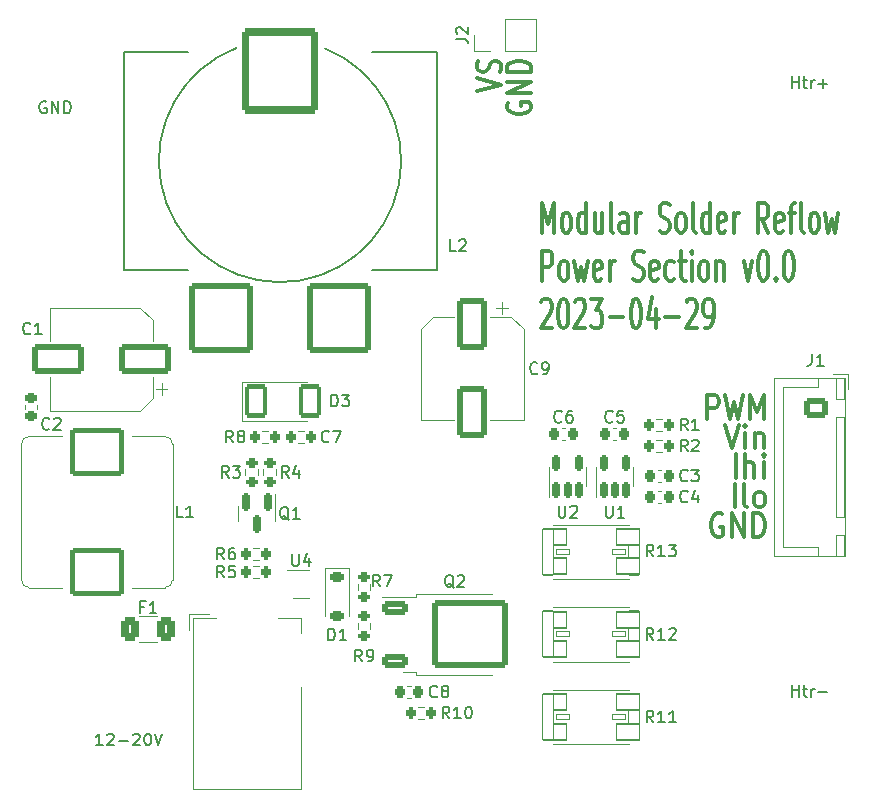
<source format=gto>
%TF.GenerationSoftware,KiCad,Pcbnew,7.0.1*%
%TF.CreationDate,2023-04-29T01:50:32-04:00*%
%TF.ProjectId,PowerSection,506f7765-7253-4656-9374-696f6e2e6b69,rev?*%
%TF.SameCoordinates,Original*%
%TF.FileFunction,Legend,Top*%
%TF.FilePolarity,Positive*%
%FSLAX46Y46*%
G04 Gerber Fmt 4.6, Leading zero omitted, Abs format (unit mm)*
G04 Created by KiCad (PCBNEW 7.0.1) date 2023-04-29 01:50:32*
%MOMM*%
%LPD*%
G01*
G04 APERTURE LIST*
G04 Aperture macros list*
%AMRoundRect*
0 Rectangle with rounded corners*
0 $1 Rounding radius*
0 $2 $3 $4 $5 $6 $7 $8 $9 X,Y pos of 4 corners*
0 Add a 4 corners polygon primitive as box body*
4,1,4,$2,$3,$4,$5,$6,$7,$8,$9,$2,$3,0*
0 Add four circle primitives for the rounded corners*
1,1,$1+$1,$2,$3*
1,1,$1+$1,$4,$5*
1,1,$1+$1,$6,$7*
1,1,$1+$1,$8,$9*
0 Add four rect primitives between the rounded corners*
20,1,$1+$1,$2,$3,$4,$5,0*
20,1,$1+$1,$4,$5,$6,$7,0*
20,1,$1+$1,$6,$7,$8,$9,0*
20,1,$1+$1,$8,$9,$2,$3,0*%
G04 Aperture macros list end*
%ADD10C,0.300000*%
%ADD11C,0.150000*%
%ADD12C,0.120000*%
%ADD13C,0.152400*%
%ADD14RoundRect,0.200000X-0.200000X-0.275000X0.200000X-0.275000X0.200000X0.275000X-0.200000X0.275000X0*%
%ADD15RoundRect,0.225000X0.250000X-0.225000X0.250000X0.225000X-0.250000X0.225000X-0.250000X-0.225000X0*%
%ADD16RoundRect,0.200000X-0.275000X0.200000X-0.275000X-0.200000X0.275000X-0.200000X0.275000X0.200000X0*%
%ADD17RoundRect,0.050000X0.450000X1.950000X-0.450000X1.950000X-0.450000X-1.950000X0.450000X-1.950000X0*%
%ADD18RoundRect,0.075000X0.975000X0.675000X-0.975000X0.675000X-0.975000X-0.675000X0.975000X-0.675000X0*%
%ADD19RoundRect,0.025000X0.525000X0.225000X-0.525000X0.225000X-0.525000X-0.225000X0.525000X-0.225000X0*%
%ADD20RoundRect,0.150000X-0.150000X0.587500X-0.150000X-0.587500X0.150000X-0.587500X0.150000X0.587500X0*%
%ADD21C,0.800000*%
%ADD22C,6.400000*%
%ADD23R,4.600000X2.000000*%
%ADD24O,4.200000X2.000000*%
%ADD25O,2.000000X4.200000*%
%ADD26RoundRect,0.275000X-2.475000X-2.725000X2.475000X-2.725000X2.475000X2.725000X-2.475000X2.725000X0*%
%ADD27RoundRect,0.325000X-2.925000X-3.300000X2.925000X-3.300000X2.925000X3.300000X-2.925000X3.300000X0*%
%ADD28RoundRect,0.150000X0.150000X-0.512500X0.150000X0.512500X-0.150000X0.512500X-0.150000X-0.512500X0*%
%ADD29RoundRect,0.225000X-0.225000X-0.250000X0.225000X-0.250000X0.225000X0.250000X-0.225000X0.250000X0*%
%ADD30RoundRect,0.200000X0.275000X-0.200000X0.275000X0.200000X-0.275000X0.200000X-0.275000X-0.200000X0*%
%ADD31RoundRect,0.200000X0.200000X0.275000X-0.200000X0.275000X-0.200000X-0.275000X0.200000X-0.275000X0*%
%ADD32RoundRect,0.205000X2.045000X-1.845000X2.045000X1.845000X-2.045000X1.845000X-2.045000X-1.845000X0*%
%ADD33RoundRect,0.225000X0.225000X0.250000X-0.225000X0.250000X-0.225000X-0.250000X0.225000X-0.250000X0*%
%ADD34RoundRect,0.250000X-0.725000X0.600000X-0.725000X-0.600000X0.725000X-0.600000X0.725000X0.600000X0*%
%ADD35O,1.950000X1.700000*%
%ADD36RoundRect,0.250000X1.950000X1.000000X-1.950000X1.000000X-1.950000X-1.000000X1.950000X-1.000000X0*%
%ADD37RoundRect,0.250000X-1.000000X1.950000X-1.000000X-1.950000X1.000000X-1.950000X1.000000X1.950000X0*%
%ADD38RoundRect,0.337777X-0.422223X-0.677223X0.422223X-0.677223X0.422223X0.677223X-0.422223X0.677223X0*%
%ADD39RoundRect,0.250000X-0.850000X-0.350000X0.850000X-0.350000X0.850000X0.350000X-0.850000X0.350000X0*%
%ADD40RoundRect,0.249997X-2.950003X-2.650003X2.950003X-2.650003X2.950003X2.650003X-2.950003X2.650003X0*%
%ADD41R,1.700000X1.700000*%
%ADD42O,1.700000X1.700000*%
%ADD43RoundRect,0.225000X-0.375000X0.225000X-0.375000X-0.225000X0.375000X-0.225000X0.375000X0.225000X0*%
%ADD44RoundRect,0.185000X-0.740000X-1.215000X0.740000X-1.215000X0.740000X1.215000X-0.740000X1.215000X0*%
%ADD45R,0.650000X0.400000*%
G04 APERTURE END LIST*
D10*
X139990476Y-53485713D02*
X139895238Y-53647618D01*
X139895238Y-53647618D02*
X139895238Y-53890475D01*
X139895238Y-53890475D02*
X139990476Y-54133332D01*
X139990476Y-54133332D02*
X140180952Y-54295237D01*
X140180952Y-54295237D02*
X140371428Y-54376190D01*
X140371428Y-54376190D02*
X140752380Y-54457142D01*
X140752380Y-54457142D02*
X141038095Y-54457142D01*
X141038095Y-54457142D02*
X141419047Y-54376190D01*
X141419047Y-54376190D02*
X141609523Y-54295237D01*
X141609523Y-54295237D02*
X141800000Y-54133332D01*
X141800000Y-54133332D02*
X141895238Y-53890475D01*
X141895238Y-53890475D02*
X141895238Y-53728571D01*
X141895238Y-53728571D02*
X141800000Y-53485713D01*
X141800000Y-53485713D02*
X141704761Y-53404761D01*
X141704761Y-53404761D02*
X141038095Y-53404761D01*
X141038095Y-53404761D02*
X141038095Y-53728571D01*
X141895238Y-52676190D02*
X139895238Y-52676190D01*
X139895238Y-52676190D02*
X141895238Y-51704761D01*
X141895238Y-51704761D02*
X139895238Y-51704761D01*
X141895238Y-50895238D02*
X139895238Y-50895238D01*
X139895238Y-50895238D02*
X139895238Y-50490476D01*
X139895238Y-50490476D02*
X139990476Y-50247619D01*
X139990476Y-50247619D02*
X140180952Y-50085714D01*
X140180952Y-50085714D02*
X140371428Y-50004761D01*
X140371428Y-50004761D02*
X140752380Y-49923809D01*
X140752380Y-49923809D02*
X141038095Y-49923809D01*
X141038095Y-49923809D02*
X141419047Y-50004761D01*
X141419047Y-50004761D02*
X141609523Y-50085714D01*
X141609523Y-50085714D02*
X141800000Y-50247619D01*
X141800000Y-50247619D02*
X141895238Y-50490476D01*
X141895238Y-50490476D02*
X141895238Y-50895238D01*
X142857142Y-64494047D02*
X142857142Y-61994047D01*
X142857142Y-61994047D02*
X143357142Y-63779761D01*
X143357142Y-63779761D02*
X143857142Y-61994047D01*
X143857142Y-61994047D02*
X143857142Y-64494047D01*
X144785714Y-64494047D02*
X144642857Y-64375000D01*
X144642857Y-64375000D02*
X144571428Y-64255952D01*
X144571428Y-64255952D02*
X144500000Y-64017857D01*
X144500000Y-64017857D02*
X144500000Y-63303571D01*
X144500000Y-63303571D02*
X144571428Y-63065476D01*
X144571428Y-63065476D02*
X144642857Y-62946428D01*
X144642857Y-62946428D02*
X144785714Y-62827380D01*
X144785714Y-62827380D02*
X145000000Y-62827380D01*
X145000000Y-62827380D02*
X145142857Y-62946428D01*
X145142857Y-62946428D02*
X145214286Y-63065476D01*
X145214286Y-63065476D02*
X145285714Y-63303571D01*
X145285714Y-63303571D02*
X145285714Y-64017857D01*
X145285714Y-64017857D02*
X145214286Y-64255952D01*
X145214286Y-64255952D02*
X145142857Y-64375000D01*
X145142857Y-64375000D02*
X145000000Y-64494047D01*
X145000000Y-64494047D02*
X144785714Y-64494047D01*
X146571429Y-64494047D02*
X146571429Y-61994047D01*
X146571429Y-64375000D02*
X146428571Y-64494047D01*
X146428571Y-64494047D02*
X146142857Y-64494047D01*
X146142857Y-64494047D02*
X146000000Y-64375000D01*
X146000000Y-64375000D02*
X145928571Y-64255952D01*
X145928571Y-64255952D02*
X145857143Y-64017857D01*
X145857143Y-64017857D02*
X145857143Y-63303571D01*
X145857143Y-63303571D02*
X145928571Y-63065476D01*
X145928571Y-63065476D02*
X146000000Y-62946428D01*
X146000000Y-62946428D02*
X146142857Y-62827380D01*
X146142857Y-62827380D02*
X146428571Y-62827380D01*
X146428571Y-62827380D02*
X146571429Y-62946428D01*
X147928572Y-62827380D02*
X147928572Y-64494047D01*
X147285714Y-62827380D02*
X147285714Y-64136904D01*
X147285714Y-64136904D02*
X147357143Y-64375000D01*
X147357143Y-64375000D02*
X147500000Y-64494047D01*
X147500000Y-64494047D02*
X147714286Y-64494047D01*
X147714286Y-64494047D02*
X147857143Y-64375000D01*
X147857143Y-64375000D02*
X147928572Y-64255952D01*
X148857143Y-64494047D02*
X148714286Y-64375000D01*
X148714286Y-64375000D02*
X148642857Y-64136904D01*
X148642857Y-64136904D02*
X148642857Y-61994047D01*
X150071429Y-64494047D02*
X150071429Y-63184523D01*
X150071429Y-63184523D02*
X150000000Y-62946428D01*
X150000000Y-62946428D02*
X149857143Y-62827380D01*
X149857143Y-62827380D02*
X149571429Y-62827380D01*
X149571429Y-62827380D02*
X149428571Y-62946428D01*
X150071429Y-64375000D02*
X149928571Y-64494047D01*
X149928571Y-64494047D02*
X149571429Y-64494047D01*
X149571429Y-64494047D02*
X149428571Y-64375000D01*
X149428571Y-64375000D02*
X149357143Y-64136904D01*
X149357143Y-64136904D02*
X149357143Y-63898809D01*
X149357143Y-63898809D02*
X149428571Y-63660714D01*
X149428571Y-63660714D02*
X149571429Y-63541666D01*
X149571429Y-63541666D02*
X149928571Y-63541666D01*
X149928571Y-63541666D02*
X150071429Y-63422619D01*
X150785714Y-64494047D02*
X150785714Y-62827380D01*
X150785714Y-63303571D02*
X150857143Y-63065476D01*
X150857143Y-63065476D02*
X150928572Y-62946428D01*
X150928572Y-62946428D02*
X151071429Y-62827380D01*
X151071429Y-62827380D02*
X151214286Y-62827380D01*
X152785714Y-64375000D02*
X153000000Y-64494047D01*
X153000000Y-64494047D02*
X153357142Y-64494047D01*
X153357142Y-64494047D02*
X153500000Y-64375000D01*
X153500000Y-64375000D02*
X153571428Y-64255952D01*
X153571428Y-64255952D02*
X153642857Y-64017857D01*
X153642857Y-64017857D02*
X153642857Y-63779761D01*
X153642857Y-63779761D02*
X153571428Y-63541666D01*
X153571428Y-63541666D02*
X153500000Y-63422619D01*
X153500000Y-63422619D02*
X153357142Y-63303571D01*
X153357142Y-63303571D02*
X153071428Y-63184523D01*
X153071428Y-63184523D02*
X152928571Y-63065476D01*
X152928571Y-63065476D02*
X152857142Y-62946428D01*
X152857142Y-62946428D02*
X152785714Y-62708333D01*
X152785714Y-62708333D02*
X152785714Y-62470238D01*
X152785714Y-62470238D02*
X152857142Y-62232142D01*
X152857142Y-62232142D02*
X152928571Y-62113095D01*
X152928571Y-62113095D02*
X153071428Y-61994047D01*
X153071428Y-61994047D02*
X153428571Y-61994047D01*
X153428571Y-61994047D02*
X153642857Y-62113095D01*
X154499999Y-64494047D02*
X154357142Y-64375000D01*
X154357142Y-64375000D02*
X154285713Y-64255952D01*
X154285713Y-64255952D02*
X154214285Y-64017857D01*
X154214285Y-64017857D02*
X154214285Y-63303571D01*
X154214285Y-63303571D02*
X154285713Y-63065476D01*
X154285713Y-63065476D02*
X154357142Y-62946428D01*
X154357142Y-62946428D02*
X154499999Y-62827380D01*
X154499999Y-62827380D02*
X154714285Y-62827380D01*
X154714285Y-62827380D02*
X154857142Y-62946428D01*
X154857142Y-62946428D02*
X154928571Y-63065476D01*
X154928571Y-63065476D02*
X154999999Y-63303571D01*
X154999999Y-63303571D02*
X154999999Y-64017857D01*
X154999999Y-64017857D02*
X154928571Y-64255952D01*
X154928571Y-64255952D02*
X154857142Y-64375000D01*
X154857142Y-64375000D02*
X154714285Y-64494047D01*
X154714285Y-64494047D02*
X154499999Y-64494047D01*
X155857142Y-64494047D02*
X155714285Y-64375000D01*
X155714285Y-64375000D02*
X155642856Y-64136904D01*
X155642856Y-64136904D02*
X155642856Y-61994047D01*
X157071428Y-64494047D02*
X157071428Y-61994047D01*
X157071428Y-64375000D02*
X156928570Y-64494047D01*
X156928570Y-64494047D02*
X156642856Y-64494047D01*
X156642856Y-64494047D02*
X156499999Y-64375000D01*
X156499999Y-64375000D02*
X156428570Y-64255952D01*
X156428570Y-64255952D02*
X156357142Y-64017857D01*
X156357142Y-64017857D02*
X156357142Y-63303571D01*
X156357142Y-63303571D02*
X156428570Y-63065476D01*
X156428570Y-63065476D02*
X156499999Y-62946428D01*
X156499999Y-62946428D02*
X156642856Y-62827380D01*
X156642856Y-62827380D02*
X156928570Y-62827380D01*
X156928570Y-62827380D02*
X157071428Y-62946428D01*
X158357142Y-64375000D02*
X158214285Y-64494047D01*
X158214285Y-64494047D02*
X157928571Y-64494047D01*
X157928571Y-64494047D02*
X157785713Y-64375000D01*
X157785713Y-64375000D02*
X157714285Y-64136904D01*
X157714285Y-64136904D02*
X157714285Y-63184523D01*
X157714285Y-63184523D02*
X157785713Y-62946428D01*
X157785713Y-62946428D02*
X157928571Y-62827380D01*
X157928571Y-62827380D02*
X158214285Y-62827380D01*
X158214285Y-62827380D02*
X158357142Y-62946428D01*
X158357142Y-62946428D02*
X158428571Y-63184523D01*
X158428571Y-63184523D02*
X158428571Y-63422619D01*
X158428571Y-63422619D02*
X157714285Y-63660714D01*
X159071427Y-64494047D02*
X159071427Y-62827380D01*
X159071427Y-63303571D02*
X159142856Y-63065476D01*
X159142856Y-63065476D02*
X159214285Y-62946428D01*
X159214285Y-62946428D02*
X159357142Y-62827380D01*
X159357142Y-62827380D02*
X159499999Y-62827380D01*
X161999998Y-64494047D02*
X161499998Y-63303571D01*
X161142855Y-64494047D02*
X161142855Y-61994047D01*
X161142855Y-61994047D02*
X161714284Y-61994047D01*
X161714284Y-61994047D02*
X161857141Y-62113095D01*
X161857141Y-62113095D02*
X161928570Y-62232142D01*
X161928570Y-62232142D02*
X161999998Y-62470238D01*
X161999998Y-62470238D02*
X161999998Y-62827380D01*
X161999998Y-62827380D02*
X161928570Y-63065476D01*
X161928570Y-63065476D02*
X161857141Y-63184523D01*
X161857141Y-63184523D02*
X161714284Y-63303571D01*
X161714284Y-63303571D02*
X161142855Y-63303571D01*
X163214284Y-64375000D02*
X163071427Y-64494047D01*
X163071427Y-64494047D02*
X162785713Y-64494047D01*
X162785713Y-64494047D02*
X162642855Y-64375000D01*
X162642855Y-64375000D02*
X162571427Y-64136904D01*
X162571427Y-64136904D02*
X162571427Y-63184523D01*
X162571427Y-63184523D02*
X162642855Y-62946428D01*
X162642855Y-62946428D02*
X162785713Y-62827380D01*
X162785713Y-62827380D02*
X163071427Y-62827380D01*
X163071427Y-62827380D02*
X163214284Y-62946428D01*
X163214284Y-62946428D02*
X163285713Y-63184523D01*
X163285713Y-63184523D02*
X163285713Y-63422619D01*
X163285713Y-63422619D02*
X162571427Y-63660714D01*
X163714284Y-62827380D02*
X164285712Y-62827380D01*
X163928569Y-64494047D02*
X163928569Y-62351190D01*
X163928569Y-62351190D02*
X163999998Y-62113095D01*
X163999998Y-62113095D02*
X164142855Y-61994047D01*
X164142855Y-61994047D02*
X164285712Y-61994047D01*
X164999998Y-64494047D02*
X164857141Y-64375000D01*
X164857141Y-64375000D02*
X164785712Y-64136904D01*
X164785712Y-64136904D02*
X164785712Y-61994047D01*
X165785712Y-64494047D02*
X165642855Y-64375000D01*
X165642855Y-64375000D02*
X165571426Y-64255952D01*
X165571426Y-64255952D02*
X165499998Y-64017857D01*
X165499998Y-64017857D02*
X165499998Y-63303571D01*
X165499998Y-63303571D02*
X165571426Y-63065476D01*
X165571426Y-63065476D02*
X165642855Y-62946428D01*
X165642855Y-62946428D02*
X165785712Y-62827380D01*
X165785712Y-62827380D02*
X165999998Y-62827380D01*
X165999998Y-62827380D02*
X166142855Y-62946428D01*
X166142855Y-62946428D02*
X166214284Y-63065476D01*
X166214284Y-63065476D02*
X166285712Y-63303571D01*
X166285712Y-63303571D02*
X166285712Y-64017857D01*
X166285712Y-64017857D02*
X166214284Y-64255952D01*
X166214284Y-64255952D02*
X166142855Y-64375000D01*
X166142855Y-64375000D02*
X165999998Y-64494047D01*
X165999998Y-64494047D02*
X165785712Y-64494047D01*
X166785712Y-62827380D02*
X167071427Y-64494047D01*
X167071427Y-64494047D02*
X167357141Y-63303571D01*
X167357141Y-63303571D02*
X167642855Y-64494047D01*
X167642855Y-64494047D02*
X167928569Y-62827380D01*
X142857142Y-68544047D02*
X142857142Y-66044047D01*
X142857142Y-66044047D02*
X143428571Y-66044047D01*
X143428571Y-66044047D02*
X143571428Y-66163095D01*
X143571428Y-66163095D02*
X143642857Y-66282142D01*
X143642857Y-66282142D02*
X143714285Y-66520238D01*
X143714285Y-66520238D02*
X143714285Y-66877380D01*
X143714285Y-66877380D02*
X143642857Y-67115476D01*
X143642857Y-67115476D02*
X143571428Y-67234523D01*
X143571428Y-67234523D02*
X143428571Y-67353571D01*
X143428571Y-67353571D02*
X142857142Y-67353571D01*
X144571428Y-68544047D02*
X144428571Y-68425000D01*
X144428571Y-68425000D02*
X144357142Y-68305952D01*
X144357142Y-68305952D02*
X144285714Y-68067857D01*
X144285714Y-68067857D02*
X144285714Y-67353571D01*
X144285714Y-67353571D02*
X144357142Y-67115476D01*
X144357142Y-67115476D02*
X144428571Y-66996428D01*
X144428571Y-66996428D02*
X144571428Y-66877380D01*
X144571428Y-66877380D02*
X144785714Y-66877380D01*
X144785714Y-66877380D02*
X144928571Y-66996428D01*
X144928571Y-66996428D02*
X145000000Y-67115476D01*
X145000000Y-67115476D02*
X145071428Y-67353571D01*
X145071428Y-67353571D02*
X145071428Y-68067857D01*
X145071428Y-68067857D02*
X145000000Y-68305952D01*
X145000000Y-68305952D02*
X144928571Y-68425000D01*
X144928571Y-68425000D02*
X144785714Y-68544047D01*
X144785714Y-68544047D02*
X144571428Y-68544047D01*
X145571428Y-66877380D02*
X145857143Y-68544047D01*
X145857143Y-68544047D02*
X146142857Y-67353571D01*
X146142857Y-67353571D02*
X146428571Y-68544047D01*
X146428571Y-68544047D02*
X146714285Y-66877380D01*
X147857143Y-68425000D02*
X147714286Y-68544047D01*
X147714286Y-68544047D02*
X147428572Y-68544047D01*
X147428572Y-68544047D02*
X147285714Y-68425000D01*
X147285714Y-68425000D02*
X147214286Y-68186904D01*
X147214286Y-68186904D02*
X147214286Y-67234523D01*
X147214286Y-67234523D02*
X147285714Y-66996428D01*
X147285714Y-66996428D02*
X147428572Y-66877380D01*
X147428572Y-66877380D02*
X147714286Y-66877380D01*
X147714286Y-66877380D02*
X147857143Y-66996428D01*
X147857143Y-66996428D02*
X147928572Y-67234523D01*
X147928572Y-67234523D02*
X147928572Y-67472619D01*
X147928572Y-67472619D02*
X147214286Y-67710714D01*
X148571428Y-68544047D02*
X148571428Y-66877380D01*
X148571428Y-67353571D02*
X148642857Y-67115476D01*
X148642857Y-67115476D02*
X148714286Y-66996428D01*
X148714286Y-66996428D02*
X148857143Y-66877380D01*
X148857143Y-66877380D02*
X149000000Y-66877380D01*
X150571428Y-68425000D02*
X150785714Y-68544047D01*
X150785714Y-68544047D02*
X151142856Y-68544047D01*
X151142856Y-68544047D02*
X151285714Y-68425000D01*
X151285714Y-68425000D02*
X151357142Y-68305952D01*
X151357142Y-68305952D02*
X151428571Y-68067857D01*
X151428571Y-68067857D02*
X151428571Y-67829761D01*
X151428571Y-67829761D02*
X151357142Y-67591666D01*
X151357142Y-67591666D02*
X151285714Y-67472619D01*
X151285714Y-67472619D02*
X151142856Y-67353571D01*
X151142856Y-67353571D02*
X150857142Y-67234523D01*
X150857142Y-67234523D02*
X150714285Y-67115476D01*
X150714285Y-67115476D02*
X150642856Y-66996428D01*
X150642856Y-66996428D02*
X150571428Y-66758333D01*
X150571428Y-66758333D02*
X150571428Y-66520238D01*
X150571428Y-66520238D02*
X150642856Y-66282142D01*
X150642856Y-66282142D02*
X150714285Y-66163095D01*
X150714285Y-66163095D02*
X150857142Y-66044047D01*
X150857142Y-66044047D02*
X151214285Y-66044047D01*
X151214285Y-66044047D02*
X151428571Y-66163095D01*
X152642856Y-68425000D02*
X152499999Y-68544047D01*
X152499999Y-68544047D02*
X152214285Y-68544047D01*
X152214285Y-68544047D02*
X152071427Y-68425000D01*
X152071427Y-68425000D02*
X151999999Y-68186904D01*
X151999999Y-68186904D02*
X151999999Y-67234523D01*
X151999999Y-67234523D02*
X152071427Y-66996428D01*
X152071427Y-66996428D02*
X152214285Y-66877380D01*
X152214285Y-66877380D02*
X152499999Y-66877380D01*
X152499999Y-66877380D02*
X152642856Y-66996428D01*
X152642856Y-66996428D02*
X152714285Y-67234523D01*
X152714285Y-67234523D02*
X152714285Y-67472619D01*
X152714285Y-67472619D02*
X151999999Y-67710714D01*
X153999999Y-68425000D02*
X153857141Y-68544047D01*
X153857141Y-68544047D02*
X153571427Y-68544047D01*
X153571427Y-68544047D02*
X153428570Y-68425000D01*
X153428570Y-68425000D02*
X153357141Y-68305952D01*
X153357141Y-68305952D02*
X153285713Y-68067857D01*
X153285713Y-68067857D02*
X153285713Y-67353571D01*
X153285713Y-67353571D02*
X153357141Y-67115476D01*
X153357141Y-67115476D02*
X153428570Y-66996428D01*
X153428570Y-66996428D02*
X153571427Y-66877380D01*
X153571427Y-66877380D02*
X153857141Y-66877380D01*
X153857141Y-66877380D02*
X153999999Y-66996428D01*
X154428570Y-66877380D02*
X154999998Y-66877380D01*
X154642855Y-66044047D02*
X154642855Y-68186904D01*
X154642855Y-68186904D02*
X154714284Y-68425000D01*
X154714284Y-68425000D02*
X154857141Y-68544047D01*
X154857141Y-68544047D02*
X154999998Y-68544047D01*
X155499998Y-68544047D02*
X155499998Y-66877380D01*
X155499998Y-66044047D02*
X155428570Y-66163095D01*
X155428570Y-66163095D02*
X155499998Y-66282142D01*
X155499998Y-66282142D02*
X155571427Y-66163095D01*
X155571427Y-66163095D02*
X155499998Y-66044047D01*
X155499998Y-66044047D02*
X155499998Y-66282142D01*
X156428570Y-68544047D02*
X156285713Y-68425000D01*
X156285713Y-68425000D02*
X156214284Y-68305952D01*
X156214284Y-68305952D02*
X156142856Y-68067857D01*
X156142856Y-68067857D02*
X156142856Y-67353571D01*
X156142856Y-67353571D02*
X156214284Y-67115476D01*
X156214284Y-67115476D02*
X156285713Y-66996428D01*
X156285713Y-66996428D02*
X156428570Y-66877380D01*
X156428570Y-66877380D02*
X156642856Y-66877380D01*
X156642856Y-66877380D02*
X156785713Y-66996428D01*
X156785713Y-66996428D02*
X156857142Y-67115476D01*
X156857142Y-67115476D02*
X156928570Y-67353571D01*
X156928570Y-67353571D02*
X156928570Y-68067857D01*
X156928570Y-68067857D02*
X156857142Y-68305952D01*
X156857142Y-68305952D02*
X156785713Y-68425000D01*
X156785713Y-68425000D02*
X156642856Y-68544047D01*
X156642856Y-68544047D02*
X156428570Y-68544047D01*
X157571427Y-66877380D02*
X157571427Y-68544047D01*
X157571427Y-67115476D02*
X157642856Y-66996428D01*
X157642856Y-66996428D02*
X157785713Y-66877380D01*
X157785713Y-66877380D02*
X157999999Y-66877380D01*
X157999999Y-66877380D02*
X158142856Y-66996428D01*
X158142856Y-66996428D02*
X158214285Y-67234523D01*
X158214285Y-67234523D02*
X158214285Y-68544047D01*
X159928570Y-66877380D02*
X160285713Y-68544047D01*
X160285713Y-68544047D02*
X160642856Y-66877380D01*
X161499999Y-66044047D02*
X161642856Y-66044047D01*
X161642856Y-66044047D02*
X161785713Y-66163095D01*
X161785713Y-66163095D02*
X161857142Y-66282142D01*
X161857142Y-66282142D02*
X161928570Y-66520238D01*
X161928570Y-66520238D02*
X161999999Y-66996428D01*
X161999999Y-66996428D02*
X161999999Y-67591666D01*
X161999999Y-67591666D02*
X161928570Y-68067857D01*
X161928570Y-68067857D02*
X161857142Y-68305952D01*
X161857142Y-68305952D02*
X161785713Y-68425000D01*
X161785713Y-68425000D02*
X161642856Y-68544047D01*
X161642856Y-68544047D02*
X161499999Y-68544047D01*
X161499999Y-68544047D02*
X161357142Y-68425000D01*
X161357142Y-68425000D02*
X161285713Y-68305952D01*
X161285713Y-68305952D02*
X161214284Y-68067857D01*
X161214284Y-68067857D02*
X161142856Y-67591666D01*
X161142856Y-67591666D02*
X161142856Y-66996428D01*
X161142856Y-66996428D02*
X161214284Y-66520238D01*
X161214284Y-66520238D02*
X161285713Y-66282142D01*
X161285713Y-66282142D02*
X161357142Y-66163095D01*
X161357142Y-66163095D02*
X161499999Y-66044047D01*
X162642855Y-68305952D02*
X162714284Y-68425000D01*
X162714284Y-68425000D02*
X162642855Y-68544047D01*
X162642855Y-68544047D02*
X162571427Y-68425000D01*
X162571427Y-68425000D02*
X162642855Y-68305952D01*
X162642855Y-68305952D02*
X162642855Y-68544047D01*
X163642856Y-66044047D02*
X163785713Y-66044047D01*
X163785713Y-66044047D02*
X163928570Y-66163095D01*
X163928570Y-66163095D02*
X163999999Y-66282142D01*
X163999999Y-66282142D02*
X164071427Y-66520238D01*
X164071427Y-66520238D02*
X164142856Y-66996428D01*
X164142856Y-66996428D02*
X164142856Y-67591666D01*
X164142856Y-67591666D02*
X164071427Y-68067857D01*
X164071427Y-68067857D02*
X163999999Y-68305952D01*
X163999999Y-68305952D02*
X163928570Y-68425000D01*
X163928570Y-68425000D02*
X163785713Y-68544047D01*
X163785713Y-68544047D02*
X163642856Y-68544047D01*
X163642856Y-68544047D02*
X163499999Y-68425000D01*
X163499999Y-68425000D02*
X163428570Y-68305952D01*
X163428570Y-68305952D02*
X163357141Y-68067857D01*
X163357141Y-68067857D02*
X163285713Y-67591666D01*
X163285713Y-67591666D02*
X163285713Y-66996428D01*
X163285713Y-66996428D02*
X163357141Y-66520238D01*
X163357141Y-66520238D02*
X163428570Y-66282142D01*
X163428570Y-66282142D02*
X163499999Y-66163095D01*
X163499999Y-66163095D02*
X163642856Y-66044047D01*
X142785714Y-70332142D02*
X142857142Y-70213095D01*
X142857142Y-70213095D02*
X143000000Y-70094047D01*
X143000000Y-70094047D02*
X143357142Y-70094047D01*
X143357142Y-70094047D02*
X143500000Y-70213095D01*
X143500000Y-70213095D02*
X143571428Y-70332142D01*
X143571428Y-70332142D02*
X143642857Y-70570238D01*
X143642857Y-70570238D02*
X143642857Y-70808333D01*
X143642857Y-70808333D02*
X143571428Y-71165476D01*
X143571428Y-71165476D02*
X142714285Y-72594047D01*
X142714285Y-72594047D02*
X143642857Y-72594047D01*
X144571428Y-70094047D02*
X144714285Y-70094047D01*
X144714285Y-70094047D02*
X144857142Y-70213095D01*
X144857142Y-70213095D02*
X144928571Y-70332142D01*
X144928571Y-70332142D02*
X144999999Y-70570238D01*
X144999999Y-70570238D02*
X145071428Y-71046428D01*
X145071428Y-71046428D02*
X145071428Y-71641666D01*
X145071428Y-71641666D02*
X144999999Y-72117857D01*
X144999999Y-72117857D02*
X144928571Y-72355952D01*
X144928571Y-72355952D02*
X144857142Y-72475000D01*
X144857142Y-72475000D02*
X144714285Y-72594047D01*
X144714285Y-72594047D02*
X144571428Y-72594047D01*
X144571428Y-72594047D02*
X144428571Y-72475000D01*
X144428571Y-72475000D02*
X144357142Y-72355952D01*
X144357142Y-72355952D02*
X144285713Y-72117857D01*
X144285713Y-72117857D02*
X144214285Y-71641666D01*
X144214285Y-71641666D02*
X144214285Y-71046428D01*
X144214285Y-71046428D02*
X144285713Y-70570238D01*
X144285713Y-70570238D02*
X144357142Y-70332142D01*
X144357142Y-70332142D02*
X144428571Y-70213095D01*
X144428571Y-70213095D02*
X144571428Y-70094047D01*
X145642856Y-70332142D02*
X145714284Y-70213095D01*
X145714284Y-70213095D02*
X145857142Y-70094047D01*
X145857142Y-70094047D02*
X146214284Y-70094047D01*
X146214284Y-70094047D02*
X146357142Y-70213095D01*
X146357142Y-70213095D02*
X146428570Y-70332142D01*
X146428570Y-70332142D02*
X146499999Y-70570238D01*
X146499999Y-70570238D02*
X146499999Y-70808333D01*
X146499999Y-70808333D02*
X146428570Y-71165476D01*
X146428570Y-71165476D02*
X145571427Y-72594047D01*
X145571427Y-72594047D02*
X146499999Y-72594047D01*
X146999998Y-70094047D02*
X147928570Y-70094047D01*
X147928570Y-70094047D02*
X147428570Y-71046428D01*
X147428570Y-71046428D02*
X147642855Y-71046428D01*
X147642855Y-71046428D02*
X147785713Y-71165476D01*
X147785713Y-71165476D02*
X147857141Y-71284523D01*
X147857141Y-71284523D02*
X147928570Y-71522619D01*
X147928570Y-71522619D02*
X147928570Y-72117857D01*
X147928570Y-72117857D02*
X147857141Y-72355952D01*
X147857141Y-72355952D02*
X147785713Y-72475000D01*
X147785713Y-72475000D02*
X147642855Y-72594047D01*
X147642855Y-72594047D02*
X147214284Y-72594047D01*
X147214284Y-72594047D02*
X147071427Y-72475000D01*
X147071427Y-72475000D02*
X146999998Y-72355952D01*
X148571426Y-71641666D02*
X149714284Y-71641666D01*
X150714284Y-70094047D02*
X150857141Y-70094047D01*
X150857141Y-70094047D02*
X150999998Y-70213095D01*
X150999998Y-70213095D02*
X151071427Y-70332142D01*
X151071427Y-70332142D02*
X151142855Y-70570238D01*
X151142855Y-70570238D02*
X151214284Y-71046428D01*
X151214284Y-71046428D02*
X151214284Y-71641666D01*
X151214284Y-71641666D02*
X151142855Y-72117857D01*
X151142855Y-72117857D02*
X151071427Y-72355952D01*
X151071427Y-72355952D02*
X150999998Y-72475000D01*
X150999998Y-72475000D02*
X150857141Y-72594047D01*
X150857141Y-72594047D02*
X150714284Y-72594047D01*
X150714284Y-72594047D02*
X150571427Y-72475000D01*
X150571427Y-72475000D02*
X150499998Y-72355952D01*
X150499998Y-72355952D02*
X150428569Y-72117857D01*
X150428569Y-72117857D02*
X150357141Y-71641666D01*
X150357141Y-71641666D02*
X150357141Y-71046428D01*
X150357141Y-71046428D02*
X150428569Y-70570238D01*
X150428569Y-70570238D02*
X150499998Y-70332142D01*
X150499998Y-70332142D02*
X150571427Y-70213095D01*
X150571427Y-70213095D02*
X150714284Y-70094047D01*
X152499998Y-70927380D02*
X152499998Y-72594047D01*
X152142855Y-69975000D02*
X151785712Y-71760714D01*
X151785712Y-71760714D02*
X152714283Y-71760714D01*
X153285711Y-71641666D02*
X154428569Y-71641666D01*
X155071426Y-70332142D02*
X155142854Y-70213095D01*
X155142854Y-70213095D02*
X155285712Y-70094047D01*
X155285712Y-70094047D02*
X155642854Y-70094047D01*
X155642854Y-70094047D02*
X155785712Y-70213095D01*
X155785712Y-70213095D02*
X155857140Y-70332142D01*
X155857140Y-70332142D02*
X155928569Y-70570238D01*
X155928569Y-70570238D02*
X155928569Y-70808333D01*
X155928569Y-70808333D02*
X155857140Y-71165476D01*
X155857140Y-71165476D02*
X154999997Y-72594047D01*
X154999997Y-72594047D02*
X155928569Y-72594047D01*
X156642854Y-72594047D02*
X156928568Y-72594047D01*
X156928568Y-72594047D02*
X157071425Y-72475000D01*
X157071425Y-72475000D02*
X157142854Y-72355952D01*
X157142854Y-72355952D02*
X157285711Y-71998809D01*
X157285711Y-71998809D02*
X157357140Y-71522619D01*
X157357140Y-71522619D02*
X157357140Y-70570238D01*
X157357140Y-70570238D02*
X157285711Y-70332142D01*
X157285711Y-70332142D02*
X157214283Y-70213095D01*
X157214283Y-70213095D02*
X157071425Y-70094047D01*
X157071425Y-70094047D02*
X156785711Y-70094047D01*
X156785711Y-70094047D02*
X156642854Y-70213095D01*
X156642854Y-70213095D02*
X156571425Y-70332142D01*
X156571425Y-70332142D02*
X156499997Y-70570238D01*
X156499997Y-70570238D02*
X156499997Y-71165476D01*
X156499997Y-71165476D02*
X156571425Y-71403571D01*
X156571425Y-71403571D02*
X156642854Y-71522619D01*
X156642854Y-71522619D02*
X156785711Y-71641666D01*
X156785711Y-71641666D02*
X157071425Y-71641666D01*
X157071425Y-71641666D02*
X157214283Y-71522619D01*
X157214283Y-71522619D02*
X157285711Y-71403571D01*
X157285711Y-71403571D02*
X157357140Y-71165476D01*
X158357142Y-80753238D02*
X158923809Y-82753238D01*
X158923809Y-82753238D02*
X159490476Y-80753238D01*
X160057142Y-82753238D02*
X160057142Y-81419904D01*
X160057142Y-80753238D02*
X159976190Y-80848476D01*
X159976190Y-80848476D02*
X160057142Y-80943714D01*
X160057142Y-80943714D02*
X160138095Y-80848476D01*
X160138095Y-80848476D02*
X160057142Y-80753238D01*
X160057142Y-80753238D02*
X160057142Y-80943714D01*
X160866666Y-81419904D02*
X160866666Y-82753238D01*
X160866666Y-81610380D02*
X160947619Y-81515142D01*
X160947619Y-81515142D02*
X161109524Y-81419904D01*
X161109524Y-81419904D02*
X161352381Y-81419904D01*
X161352381Y-81419904D02*
X161514285Y-81515142D01*
X161514285Y-81515142D02*
X161595238Y-81705619D01*
X161595238Y-81705619D02*
X161595238Y-82753238D01*
X159247618Y-85253238D02*
X159247618Y-83253238D01*
X160057142Y-85253238D02*
X160057142Y-83253238D01*
X160785714Y-85253238D02*
X160785714Y-84205619D01*
X160785714Y-84205619D02*
X160704761Y-84015142D01*
X160704761Y-84015142D02*
X160542857Y-83919904D01*
X160542857Y-83919904D02*
X160300000Y-83919904D01*
X160300000Y-83919904D02*
X160138095Y-84015142D01*
X160138095Y-84015142D02*
X160057142Y-84110380D01*
X161595237Y-85253238D02*
X161595237Y-83919904D01*
X161595237Y-83253238D02*
X161514285Y-83348476D01*
X161514285Y-83348476D02*
X161595237Y-83443714D01*
X161595237Y-83443714D02*
X161676190Y-83348476D01*
X161676190Y-83348476D02*
X161595237Y-83253238D01*
X161595237Y-83253238D02*
X161595237Y-83443714D01*
X158114286Y-88348476D02*
X157952381Y-88253238D01*
X157952381Y-88253238D02*
X157709524Y-88253238D01*
X157709524Y-88253238D02*
X157466667Y-88348476D01*
X157466667Y-88348476D02*
X157304762Y-88538952D01*
X157304762Y-88538952D02*
X157223809Y-88729428D01*
X157223809Y-88729428D02*
X157142857Y-89110380D01*
X157142857Y-89110380D02*
X157142857Y-89396095D01*
X157142857Y-89396095D02*
X157223809Y-89777047D01*
X157223809Y-89777047D02*
X157304762Y-89967523D01*
X157304762Y-89967523D02*
X157466667Y-90158000D01*
X157466667Y-90158000D02*
X157709524Y-90253238D01*
X157709524Y-90253238D02*
X157871428Y-90253238D01*
X157871428Y-90253238D02*
X158114286Y-90158000D01*
X158114286Y-90158000D02*
X158195238Y-90062761D01*
X158195238Y-90062761D02*
X158195238Y-89396095D01*
X158195238Y-89396095D02*
X157871428Y-89396095D01*
X158923809Y-90253238D02*
X158923809Y-88253238D01*
X158923809Y-88253238D02*
X159895238Y-90253238D01*
X159895238Y-90253238D02*
X159895238Y-88253238D01*
X160704761Y-90253238D02*
X160704761Y-88253238D01*
X160704761Y-88253238D02*
X161109523Y-88253238D01*
X161109523Y-88253238D02*
X161352380Y-88348476D01*
X161352380Y-88348476D02*
X161514285Y-88538952D01*
X161514285Y-88538952D02*
X161595238Y-88729428D01*
X161595238Y-88729428D02*
X161676190Y-89110380D01*
X161676190Y-89110380D02*
X161676190Y-89396095D01*
X161676190Y-89396095D02*
X161595238Y-89777047D01*
X161595238Y-89777047D02*
X161514285Y-89967523D01*
X161514285Y-89967523D02*
X161352380Y-90158000D01*
X161352380Y-90158000D02*
X161109523Y-90253238D01*
X161109523Y-90253238D02*
X160704761Y-90253238D01*
X137355238Y-52514286D02*
X139355238Y-51947619D01*
X139355238Y-51947619D02*
X137355238Y-51380952D01*
X139260000Y-50895238D02*
X139355238Y-50652381D01*
X139355238Y-50652381D02*
X139355238Y-50247619D01*
X139355238Y-50247619D02*
X139260000Y-50085714D01*
X139260000Y-50085714D02*
X139164761Y-50004762D01*
X139164761Y-50004762D02*
X138974285Y-49923809D01*
X138974285Y-49923809D02*
X138783809Y-49923809D01*
X138783809Y-49923809D02*
X138593333Y-50004762D01*
X138593333Y-50004762D02*
X138498095Y-50085714D01*
X138498095Y-50085714D02*
X138402857Y-50247619D01*
X138402857Y-50247619D02*
X138307619Y-50571428D01*
X138307619Y-50571428D02*
X138212380Y-50733333D01*
X138212380Y-50733333D02*
X138117142Y-50814286D01*
X138117142Y-50814286D02*
X137926666Y-50895238D01*
X137926666Y-50895238D02*
X137736190Y-50895238D01*
X137736190Y-50895238D02*
X137545714Y-50814286D01*
X137545714Y-50814286D02*
X137450476Y-50733333D01*
X137450476Y-50733333D02*
X137355238Y-50571428D01*
X137355238Y-50571428D02*
X137355238Y-50166667D01*
X137355238Y-50166667D02*
X137450476Y-49923809D01*
X159166666Y-87753238D02*
X159166666Y-85753238D01*
X160219048Y-87753238D02*
X160057143Y-87658000D01*
X160057143Y-87658000D02*
X159976190Y-87467523D01*
X159976190Y-87467523D02*
X159976190Y-85753238D01*
X161109524Y-87753238D02*
X160947619Y-87658000D01*
X160947619Y-87658000D02*
X160866666Y-87562761D01*
X160866666Y-87562761D02*
X160785714Y-87372285D01*
X160785714Y-87372285D02*
X160785714Y-86800857D01*
X160785714Y-86800857D02*
X160866666Y-86610380D01*
X160866666Y-86610380D02*
X160947619Y-86515142D01*
X160947619Y-86515142D02*
X161109524Y-86419904D01*
X161109524Y-86419904D02*
X161352381Y-86419904D01*
X161352381Y-86419904D02*
X161514285Y-86515142D01*
X161514285Y-86515142D02*
X161595238Y-86610380D01*
X161595238Y-86610380D02*
X161676190Y-86800857D01*
X161676190Y-86800857D02*
X161676190Y-87372285D01*
X161676190Y-87372285D02*
X161595238Y-87562761D01*
X161595238Y-87562761D02*
X161514285Y-87658000D01*
X161514285Y-87658000D02*
X161352381Y-87753238D01*
X161352381Y-87753238D02*
X161109524Y-87753238D01*
X156819047Y-80253238D02*
X156819047Y-78253238D01*
X156819047Y-78253238D02*
X157466666Y-78253238D01*
X157466666Y-78253238D02*
X157628571Y-78348476D01*
X157628571Y-78348476D02*
X157709524Y-78443714D01*
X157709524Y-78443714D02*
X157790476Y-78634190D01*
X157790476Y-78634190D02*
X157790476Y-78919904D01*
X157790476Y-78919904D02*
X157709524Y-79110380D01*
X157709524Y-79110380D02*
X157628571Y-79205619D01*
X157628571Y-79205619D02*
X157466666Y-79300857D01*
X157466666Y-79300857D02*
X156819047Y-79300857D01*
X158357143Y-78253238D02*
X158761905Y-80253238D01*
X158761905Y-80253238D02*
X159085714Y-78824666D01*
X159085714Y-78824666D02*
X159409524Y-80253238D01*
X159409524Y-80253238D02*
X159814286Y-78253238D01*
X160461904Y-80253238D02*
X160461904Y-78253238D01*
X160461904Y-78253238D02*
X161028571Y-79681809D01*
X161028571Y-79681809D02*
X161595238Y-78253238D01*
X161595238Y-78253238D02*
X161595238Y-80253238D01*
D11*
%TO.C,R1*%
X155155333Y-81234619D02*
X154822000Y-80758428D01*
X154583905Y-81234619D02*
X154583905Y-80234619D01*
X154583905Y-80234619D02*
X154964857Y-80234619D01*
X154964857Y-80234619D02*
X155060095Y-80282238D01*
X155060095Y-80282238D02*
X155107714Y-80329857D01*
X155107714Y-80329857D02*
X155155333Y-80425095D01*
X155155333Y-80425095D02*
X155155333Y-80567952D01*
X155155333Y-80567952D02*
X155107714Y-80663190D01*
X155107714Y-80663190D02*
X155060095Y-80710809D01*
X155060095Y-80710809D02*
X154964857Y-80758428D01*
X154964857Y-80758428D02*
X154583905Y-80758428D01*
X156107714Y-81234619D02*
X155536286Y-81234619D01*
X155822000Y-81234619D02*
X155822000Y-80234619D01*
X155822000Y-80234619D02*
X155726762Y-80377476D01*
X155726762Y-80377476D02*
X155631524Y-80472714D01*
X155631524Y-80472714D02*
X155536286Y-80520333D01*
%TO.C,C2*%
X101133333Y-81067380D02*
X101085714Y-81115000D01*
X101085714Y-81115000D02*
X100942857Y-81162619D01*
X100942857Y-81162619D02*
X100847619Y-81162619D01*
X100847619Y-81162619D02*
X100704762Y-81115000D01*
X100704762Y-81115000D02*
X100609524Y-81019761D01*
X100609524Y-81019761D02*
X100561905Y-80924523D01*
X100561905Y-80924523D02*
X100514286Y-80734047D01*
X100514286Y-80734047D02*
X100514286Y-80591190D01*
X100514286Y-80591190D02*
X100561905Y-80400714D01*
X100561905Y-80400714D02*
X100609524Y-80305476D01*
X100609524Y-80305476D02*
X100704762Y-80210238D01*
X100704762Y-80210238D02*
X100847619Y-80162619D01*
X100847619Y-80162619D02*
X100942857Y-80162619D01*
X100942857Y-80162619D02*
X101085714Y-80210238D01*
X101085714Y-80210238D02*
X101133333Y-80257857D01*
X101514286Y-80257857D02*
X101561905Y-80210238D01*
X101561905Y-80210238D02*
X101657143Y-80162619D01*
X101657143Y-80162619D02*
X101895238Y-80162619D01*
X101895238Y-80162619D02*
X101990476Y-80210238D01*
X101990476Y-80210238D02*
X102038095Y-80257857D01*
X102038095Y-80257857D02*
X102085714Y-80353095D01*
X102085714Y-80353095D02*
X102085714Y-80448333D01*
X102085714Y-80448333D02*
X102038095Y-80591190D01*
X102038095Y-80591190D02*
X101466667Y-81162619D01*
X101466667Y-81162619D02*
X102085714Y-81162619D01*
%TO.C,R4*%
X121377333Y-85235619D02*
X121044000Y-84759428D01*
X120805905Y-85235619D02*
X120805905Y-84235619D01*
X120805905Y-84235619D02*
X121186857Y-84235619D01*
X121186857Y-84235619D02*
X121282095Y-84283238D01*
X121282095Y-84283238D02*
X121329714Y-84330857D01*
X121329714Y-84330857D02*
X121377333Y-84426095D01*
X121377333Y-84426095D02*
X121377333Y-84568952D01*
X121377333Y-84568952D02*
X121329714Y-84664190D01*
X121329714Y-84664190D02*
X121282095Y-84711809D01*
X121282095Y-84711809D02*
X121186857Y-84759428D01*
X121186857Y-84759428D02*
X120805905Y-84759428D01*
X122234476Y-84568952D02*
X122234476Y-85235619D01*
X121996381Y-84188000D02*
X121758286Y-84902285D01*
X121758286Y-84902285D02*
X122377333Y-84902285D01*
%TO.C,R6*%
X115911333Y-92156619D02*
X115578000Y-91680428D01*
X115339905Y-92156619D02*
X115339905Y-91156619D01*
X115339905Y-91156619D02*
X115720857Y-91156619D01*
X115720857Y-91156619D02*
X115816095Y-91204238D01*
X115816095Y-91204238D02*
X115863714Y-91251857D01*
X115863714Y-91251857D02*
X115911333Y-91347095D01*
X115911333Y-91347095D02*
X115911333Y-91489952D01*
X115911333Y-91489952D02*
X115863714Y-91585190D01*
X115863714Y-91585190D02*
X115816095Y-91632809D01*
X115816095Y-91632809D02*
X115720857Y-91680428D01*
X115720857Y-91680428D02*
X115339905Y-91680428D01*
X116768476Y-91156619D02*
X116578000Y-91156619D01*
X116578000Y-91156619D02*
X116482762Y-91204238D01*
X116482762Y-91204238D02*
X116435143Y-91251857D01*
X116435143Y-91251857D02*
X116339905Y-91394714D01*
X116339905Y-91394714D02*
X116292286Y-91585190D01*
X116292286Y-91585190D02*
X116292286Y-91966142D01*
X116292286Y-91966142D02*
X116339905Y-92061380D01*
X116339905Y-92061380D02*
X116387524Y-92109000D01*
X116387524Y-92109000D02*
X116482762Y-92156619D01*
X116482762Y-92156619D02*
X116673238Y-92156619D01*
X116673238Y-92156619D02*
X116768476Y-92109000D01*
X116768476Y-92109000D02*
X116816095Y-92061380D01*
X116816095Y-92061380D02*
X116863714Y-91966142D01*
X116863714Y-91966142D02*
X116863714Y-91728047D01*
X116863714Y-91728047D02*
X116816095Y-91632809D01*
X116816095Y-91632809D02*
X116768476Y-91585190D01*
X116768476Y-91585190D02*
X116673238Y-91537571D01*
X116673238Y-91537571D02*
X116482762Y-91537571D01*
X116482762Y-91537571D02*
X116387524Y-91585190D01*
X116387524Y-91585190D02*
X116339905Y-91632809D01*
X116339905Y-91632809D02*
X116292286Y-91728047D01*
%TO.C,R13*%
X152265142Y-91902619D02*
X151931809Y-91426428D01*
X151693714Y-91902619D02*
X151693714Y-90902619D01*
X151693714Y-90902619D02*
X152074666Y-90902619D01*
X152074666Y-90902619D02*
X152169904Y-90950238D01*
X152169904Y-90950238D02*
X152217523Y-90997857D01*
X152217523Y-90997857D02*
X152265142Y-91093095D01*
X152265142Y-91093095D02*
X152265142Y-91235952D01*
X152265142Y-91235952D02*
X152217523Y-91331190D01*
X152217523Y-91331190D02*
X152169904Y-91378809D01*
X152169904Y-91378809D02*
X152074666Y-91426428D01*
X152074666Y-91426428D02*
X151693714Y-91426428D01*
X153217523Y-91902619D02*
X152646095Y-91902619D01*
X152931809Y-91902619D02*
X152931809Y-90902619D01*
X152931809Y-90902619D02*
X152836571Y-91045476D01*
X152836571Y-91045476D02*
X152741333Y-91140714D01*
X152741333Y-91140714D02*
X152646095Y-91188333D01*
X153550857Y-90902619D02*
X154169904Y-90902619D01*
X154169904Y-90902619D02*
X153836571Y-91283571D01*
X153836571Y-91283571D02*
X153979428Y-91283571D01*
X153979428Y-91283571D02*
X154074666Y-91331190D01*
X154074666Y-91331190D02*
X154122285Y-91378809D01*
X154122285Y-91378809D02*
X154169904Y-91474047D01*
X154169904Y-91474047D02*
X154169904Y-91712142D01*
X154169904Y-91712142D02*
X154122285Y-91807380D01*
X154122285Y-91807380D02*
X154074666Y-91855000D01*
X154074666Y-91855000D02*
X153979428Y-91902619D01*
X153979428Y-91902619D02*
X153693714Y-91902619D01*
X153693714Y-91902619D02*
X153598476Y-91855000D01*
X153598476Y-91855000D02*
X153550857Y-91807380D01*
%TO.C,R9*%
X127595333Y-100792619D02*
X127262000Y-100316428D01*
X127023905Y-100792619D02*
X127023905Y-99792619D01*
X127023905Y-99792619D02*
X127404857Y-99792619D01*
X127404857Y-99792619D02*
X127500095Y-99840238D01*
X127500095Y-99840238D02*
X127547714Y-99887857D01*
X127547714Y-99887857D02*
X127595333Y-99983095D01*
X127595333Y-99983095D02*
X127595333Y-100125952D01*
X127595333Y-100125952D02*
X127547714Y-100221190D01*
X127547714Y-100221190D02*
X127500095Y-100268809D01*
X127500095Y-100268809D02*
X127404857Y-100316428D01*
X127404857Y-100316428D02*
X127023905Y-100316428D01*
X128071524Y-100792619D02*
X128262000Y-100792619D01*
X128262000Y-100792619D02*
X128357238Y-100745000D01*
X128357238Y-100745000D02*
X128404857Y-100697380D01*
X128404857Y-100697380D02*
X128500095Y-100554523D01*
X128500095Y-100554523D02*
X128547714Y-100364047D01*
X128547714Y-100364047D02*
X128547714Y-99983095D01*
X128547714Y-99983095D02*
X128500095Y-99887857D01*
X128500095Y-99887857D02*
X128452476Y-99840238D01*
X128452476Y-99840238D02*
X128357238Y-99792619D01*
X128357238Y-99792619D02*
X128166762Y-99792619D01*
X128166762Y-99792619D02*
X128071524Y-99840238D01*
X128071524Y-99840238D02*
X128023905Y-99887857D01*
X128023905Y-99887857D02*
X127976286Y-99983095D01*
X127976286Y-99983095D02*
X127976286Y-100221190D01*
X127976286Y-100221190D02*
X128023905Y-100316428D01*
X128023905Y-100316428D02*
X128071524Y-100364047D01*
X128071524Y-100364047D02*
X128166762Y-100411666D01*
X128166762Y-100411666D02*
X128357238Y-100411666D01*
X128357238Y-100411666D02*
X128452476Y-100364047D01*
X128452476Y-100364047D02*
X128500095Y-100316428D01*
X128500095Y-100316428D02*
X128547714Y-100221190D01*
%TO.C,Q1*%
X121404761Y-88808357D02*
X121309523Y-88760738D01*
X121309523Y-88760738D02*
X121214285Y-88665500D01*
X121214285Y-88665500D02*
X121071428Y-88522642D01*
X121071428Y-88522642D02*
X120976190Y-88475023D01*
X120976190Y-88475023D02*
X120880952Y-88475023D01*
X120928571Y-88713119D02*
X120833333Y-88665500D01*
X120833333Y-88665500D02*
X120738095Y-88570261D01*
X120738095Y-88570261D02*
X120690476Y-88379785D01*
X120690476Y-88379785D02*
X120690476Y-88046452D01*
X120690476Y-88046452D02*
X120738095Y-87855976D01*
X120738095Y-87855976D02*
X120833333Y-87760738D01*
X120833333Y-87760738D02*
X120928571Y-87713119D01*
X120928571Y-87713119D02*
X121119047Y-87713119D01*
X121119047Y-87713119D02*
X121214285Y-87760738D01*
X121214285Y-87760738D02*
X121309523Y-87855976D01*
X121309523Y-87855976D02*
X121357142Y-88046452D01*
X121357142Y-88046452D02*
X121357142Y-88379785D01*
X121357142Y-88379785D02*
X121309523Y-88570261D01*
X121309523Y-88570261D02*
X121214285Y-88665500D01*
X121214285Y-88665500D02*
X121119047Y-88713119D01*
X121119047Y-88713119D02*
X120928571Y-88713119D01*
X122309523Y-88713119D02*
X121738095Y-88713119D01*
X122023809Y-88713119D02*
X122023809Y-87713119D01*
X122023809Y-87713119D02*
X121928571Y-87855976D01*
X121928571Y-87855976D02*
X121833333Y-87951214D01*
X121833333Y-87951214D02*
X121738095Y-87998833D01*
%TO.C,R8*%
X116673333Y-82250619D02*
X116340000Y-81774428D01*
X116101905Y-82250619D02*
X116101905Y-81250619D01*
X116101905Y-81250619D02*
X116482857Y-81250619D01*
X116482857Y-81250619D02*
X116578095Y-81298238D01*
X116578095Y-81298238D02*
X116625714Y-81345857D01*
X116625714Y-81345857D02*
X116673333Y-81441095D01*
X116673333Y-81441095D02*
X116673333Y-81583952D01*
X116673333Y-81583952D02*
X116625714Y-81679190D01*
X116625714Y-81679190D02*
X116578095Y-81726809D01*
X116578095Y-81726809D02*
X116482857Y-81774428D01*
X116482857Y-81774428D02*
X116101905Y-81774428D01*
X117244762Y-81679190D02*
X117149524Y-81631571D01*
X117149524Y-81631571D02*
X117101905Y-81583952D01*
X117101905Y-81583952D02*
X117054286Y-81488714D01*
X117054286Y-81488714D02*
X117054286Y-81441095D01*
X117054286Y-81441095D02*
X117101905Y-81345857D01*
X117101905Y-81345857D02*
X117149524Y-81298238D01*
X117149524Y-81298238D02*
X117244762Y-81250619D01*
X117244762Y-81250619D02*
X117435238Y-81250619D01*
X117435238Y-81250619D02*
X117530476Y-81298238D01*
X117530476Y-81298238D02*
X117578095Y-81345857D01*
X117578095Y-81345857D02*
X117625714Y-81441095D01*
X117625714Y-81441095D02*
X117625714Y-81488714D01*
X117625714Y-81488714D02*
X117578095Y-81583952D01*
X117578095Y-81583952D02*
X117530476Y-81631571D01*
X117530476Y-81631571D02*
X117435238Y-81679190D01*
X117435238Y-81679190D02*
X117244762Y-81679190D01*
X117244762Y-81679190D02*
X117149524Y-81726809D01*
X117149524Y-81726809D02*
X117101905Y-81774428D01*
X117101905Y-81774428D02*
X117054286Y-81869666D01*
X117054286Y-81869666D02*
X117054286Y-82060142D01*
X117054286Y-82060142D02*
X117101905Y-82155380D01*
X117101905Y-82155380D02*
X117149524Y-82203000D01*
X117149524Y-82203000D02*
X117244762Y-82250619D01*
X117244762Y-82250619D02*
X117435238Y-82250619D01*
X117435238Y-82250619D02*
X117530476Y-82203000D01*
X117530476Y-82203000D02*
X117578095Y-82155380D01*
X117578095Y-82155380D02*
X117625714Y-82060142D01*
X117625714Y-82060142D02*
X117625714Y-81869666D01*
X117625714Y-81869666D02*
X117578095Y-81774428D01*
X117578095Y-81774428D02*
X117530476Y-81726809D01*
X117530476Y-81726809D02*
X117435238Y-81679190D01*
%TO.C,H2*%
X100838095Y-53410238D02*
X100742857Y-53362619D01*
X100742857Y-53362619D02*
X100600000Y-53362619D01*
X100600000Y-53362619D02*
X100457143Y-53410238D01*
X100457143Y-53410238D02*
X100361905Y-53505476D01*
X100361905Y-53505476D02*
X100314286Y-53600714D01*
X100314286Y-53600714D02*
X100266667Y-53791190D01*
X100266667Y-53791190D02*
X100266667Y-53934047D01*
X100266667Y-53934047D02*
X100314286Y-54124523D01*
X100314286Y-54124523D02*
X100361905Y-54219761D01*
X100361905Y-54219761D02*
X100457143Y-54315000D01*
X100457143Y-54315000D02*
X100600000Y-54362619D01*
X100600000Y-54362619D02*
X100695238Y-54362619D01*
X100695238Y-54362619D02*
X100838095Y-54315000D01*
X100838095Y-54315000D02*
X100885714Y-54267380D01*
X100885714Y-54267380D02*
X100885714Y-53934047D01*
X100885714Y-53934047D02*
X100695238Y-53934047D01*
X101314286Y-54362619D02*
X101314286Y-53362619D01*
X101314286Y-53362619D02*
X101885714Y-54362619D01*
X101885714Y-54362619D02*
X101885714Y-53362619D01*
X102361905Y-54362619D02*
X102361905Y-53362619D01*
X102361905Y-53362619D02*
X102600000Y-53362619D01*
X102600000Y-53362619D02*
X102742857Y-53410238D01*
X102742857Y-53410238D02*
X102838095Y-53505476D01*
X102838095Y-53505476D02*
X102885714Y-53600714D01*
X102885714Y-53600714D02*
X102933333Y-53791190D01*
X102933333Y-53791190D02*
X102933333Y-53934047D01*
X102933333Y-53934047D02*
X102885714Y-54124523D01*
X102885714Y-54124523D02*
X102838095Y-54219761D01*
X102838095Y-54219761D02*
X102742857Y-54315000D01*
X102742857Y-54315000D02*
X102600000Y-54362619D01*
X102600000Y-54362619D02*
X102361905Y-54362619D01*
%TO.C,12V1*%
X105647523Y-107904619D02*
X105076095Y-107904619D01*
X105361809Y-107904619D02*
X105361809Y-106904619D01*
X105361809Y-106904619D02*
X105266571Y-107047476D01*
X105266571Y-107047476D02*
X105171333Y-107142714D01*
X105171333Y-107142714D02*
X105076095Y-107190333D01*
X106028476Y-106999857D02*
X106076095Y-106952238D01*
X106076095Y-106952238D02*
X106171333Y-106904619D01*
X106171333Y-106904619D02*
X106409428Y-106904619D01*
X106409428Y-106904619D02*
X106504666Y-106952238D01*
X106504666Y-106952238D02*
X106552285Y-106999857D01*
X106552285Y-106999857D02*
X106599904Y-107095095D01*
X106599904Y-107095095D02*
X106599904Y-107190333D01*
X106599904Y-107190333D02*
X106552285Y-107333190D01*
X106552285Y-107333190D02*
X105980857Y-107904619D01*
X105980857Y-107904619D02*
X106599904Y-107904619D01*
X107028476Y-107523666D02*
X107790381Y-107523666D01*
X108218952Y-106999857D02*
X108266571Y-106952238D01*
X108266571Y-106952238D02*
X108361809Y-106904619D01*
X108361809Y-106904619D02*
X108599904Y-106904619D01*
X108599904Y-106904619D02*
X108695142Y-106952238D01*
X108695142Y-106952238D02*
X108742761Y-106999857D01*
X108742761Y-106999857D02*
X108790380Y-107095095D01*
X108790380Y-107095095D02*
X108790380Y-107190333D01*
X108790380Y-107190333D02*
X108742761Y-107333190D01*
X108742761Y-107333190D02*
X108171333Y-107904619D01*
X108171333Y-107904619D02*
X108790380Y-107904619D01*
X109409428Y-106904619D02*
X109504666Y-106904619D01*
X109504666Y-106904619D02*
X109599904Y-106952238D01*
X109599904Y-106952238D02*
X109647523Y-106999857D01*
X109647523Y-106999857D02*
X109695142Y-107095095D01*
X109695142Y-107095095D02*
X109742761Y-107285571D01*
X109742761Y-107285571D02*
X109742761Y-107523666D01*
X109742761Y-107523666D02*
X109695142Y-107714142D01*
X109695142Y-107714142D02*
X109647523Y-107809380D01*
X109647523Y-107809380D02*
X109599904Y-107857000D01*
X109599904Y-107857000D02*
X109504666Y-107904619D01*
X109504666Y-107904619D02*
X109409428Y-107904619D01*
X109409428Y-107904619D02*
X109314190Y-107857000D01*
X109314190Y-107857000D02*
X109266571Y-107809380D01*
X109266571Y-107809380D02*
X109218952Y-107714142D01*
X109218952Y-107714142D02*
X109171333Y-107523666D01*
X109171333Y-107523666D02*
X109171333Y-107285571D01*
X109171333Y-107285571D02*
X109218952Y-107095095D01*
X109218952Y-107095095D02*
X109266571Y-106999857D01*
X109266571Y-106999857D02*
X109314190Y-106952238D01*
X109314190Y-106952238D02*
X109409428Y-106904619D01*
X110028476Y-106904619D02*
X110361809Y-107904619D01*
X110361809Y-107904619D02*
X110695142Y-106904619D01*
%TO.C,L2*%
X135533333Y-66062619D02*
X135057143Y-66062619D01*
X135057143Y-66062619D02*
X135057143Y-65062619D01*
X135819048Y-65157857D02*
X135866667Y-65110238D01*
X135866667Y-65110238D02*
X135961905Y-65062619D01*
X135961905Y-65062619D02*
X136200000Y-65062619D01*
X136200000Y-65062619D02*
X136295238Y-65110238D01*
X136295238Y-65110238D02*
X136342857Y-65157857D01*
X136342857Y-65157857D02*
X136390476Y-65253095D01*
X136390476Y-65253095D02*
X136390476Y-65348333D01*
X136390476Y-65348333D02*
X136342857Y-65491190D01*
X136342857Y-65491190D02*
X135771429Y-66062619D01*
X135771429Y-66062619D02*
X136390476Y-66062619D01*
%TO.C,U2*%
X144238095Y-87608619D02*
X144238095Y-88418142D01*
X144238095Y-88418142D02*
X144285714Y-88513380D01*
X144285714Y-88513380D02*
X144333333Y-88561000D01*
X144333333Y-88561000D02*
X144428571Y-88608619D01*
X144428571Y-88608619D02*
X144619047Y-88608619D01*
X144619047Y-88608619D02*
X144714285Y-88561000D01*
X144714285Y-88561000D02*
X144761904Y-88513380D01*
X144761904Y-88513380D02*
X144809523Y-88418142D01*
X144809523Y-88418142D02*
X144809523Y-87608619D01*
X145238095Y-87703857D02*
X145285714Y-87656238D01*
X145285714Y-87656238D02*
X145380952Y-87608619D01*
X145380952Y-87608619D02*
X145619047Y-87608619D01*
X145619047Y-87608619D02*
X145714285Y-87656238D01*
X145714285Y-87656238D02*
X145761904Y-87703857D01*
X145761904Y-87703857D02*
X145809523Y-87799095D01*
X145809523Y-87799095D02*
X145809523Y-87894333D01*
X145809523Y-87894333D02*
X145761904Y-88037190D01*
X145761904Y-88037190D02*
X145190476Y-88608619D01*
X145190476Y-88608619D02*
X145809523Y-88608619D01*
%TO.C,C6*%
X144487333Y-80471380D02*
X144439714Y-80519000D01*
X144439714Y-80519000D02*
X144296857Y-80566619D01*
X144296857Y-80566619D02*
X144201619Y-80566619D01*
X144201619Y-80566619D02*
X144058762Y-80519000D01*
X144058762Y-80519000D02*
X143963524Y-80423761D01*
X143963524Y-80423761D02*
X143915905Y-80328523D01*
X143915905Y-80328523D02*
X143868286Y-80138047D01*
X143868286Y-80138047D02*
X143868286Y-79995190D01*
X143868286Y-79995190D02*
X143915905Y-79804714D01*
X143915905Y-79804714D02*
X143963524Y-79709476D01*
X143963524Y-79709476D02*
X144058762Y-79614238D01*
X144058762Y-79614238D02*
X144201619Y-79566619D01*
X144201619Y-79566619D02*
X144296857Y-79566619D01*
X144296857Y-79566619D02*
X144439714Y-79614238D01*
X144439714Y-79614238D02*
X144487333Y-79661857D01*
X145344476Y-79566619D02*
X145154000Y-79566619D01*
X145154000Y-79566619D02*
X145058762Y-79614238D01*
X145058762Y-79614238D02*
X145011143Y-79661857D01*
X145011143Y-79661857D02*
X144915905Y-79804714D01*
X144915905Y-79804714D02*
X144868286Y-79995190D01*
X144868286Y-79995190D02*
X144868286Y-80376142D01*
X144868286Y-80376142D02*
X144915905Y-80471380D01*
X144915905Y-80471380D02*
X144963524Y-80519000D01*
X144963524Y-80519000D02*
X145058762Y-80566619D01*
X145058762Y-80566619D02*
X145249238Y-80566619D01*
X145249238Y-80566619D02*
X145344476Y-80519000D01*
X145344476Y-80519000D02*
X145392095Y-80471380D01*
X145392095Y-80471380D02*
X145439714Y-80376142D01*
X145439714Y-80376142D02*
X145439714Y-80138047D01*
X145439714Y-80138047D02*
X145392095Y-80042809D01*
X145392095Y-80042809D02*
X145344476Y-79995190D01*
X145344476Y-79995190D02*
X145249238Y-79947571D01*
X145249238Y-79947571D02*
X145058762Y-79947571D01*
X145058762Y-79947571D02*
X144963524Y-79995190D01*
X144963524Y-79995190D02*
X144915905Y-80042809D01*
X144915905Y-80042809D02*
X144868286Y-80138047D01*
%TO.C,R7*%
X129119333Y-94442619D02*
X128786000Y-93966428D01*
X128547905Y-94442619D02*
X128547905Y-93442619D01*
X128547905Y-93442619D02*
X128928857Y-93442619D01*
X128928857Y-93442619D02*
X129024095Y-93490238D01*
X129024095Y-93490238D02*
X129071714Y-93537857D01*
X129071714Y-93537857D02*
X129119333Y-93633095D01*
X129119333Y-93633095D02*
X129119333Y-93775952D01*
X129119333Y-93775952D02*
X129071714Y-93871190D01*
X129071714Y-93871190D02*
X129024095Y-93918809D01*
X129024095Y-93918809D02*
X128928857Y-93966428D01*
X128928857Y-93966428D02*
X128547905Y-93966428D01*
X129452667Y-93442619D02*
X130119333Y-93442619D01*
X130119333Y-93442619D02*
X129690762Y-94442619D01*
%TO.C,R10*%
X134993142Y-105618619D02*
X134659809Y-105142428D01*
X134421714Y-105618619D02*
X134421714Y-104618619D01*
X134421714Y-104618619D02*
X134802666Y-104618619D01*
X134802666Y-104618619D02*
X134897904Y-104666238D01*
X134897904Y-104666238D02*
X134945523Y-104713857D01*
X134945523Y-104713857D02*
X134993142Y-104809095D01*
X134993142Y-104809095D02*
X134993142Y-104951952D01*
X134993142Y-104951952D02*
X134945523Y-105047190D01*
X134945523Y-105047190D02*
X134897904Y-105094809D01*
X134897904Y-105094809D02*
X134802666Y-105142428D01*
X134802666Y-105142428D02*
X134421714Y-105142428D01*
X135945523Y-105618619D02*
X135374095Y-105618619D01*
X135659809Y-105618619D02*
X135659809Y-104618619D01*
X135659809Y-104618619D02*
X135564571Y-104761476D01*
X135564571Y-104761476D02*
X135469333Y-104856714D01*
X135469333Y-104856714D02*
X135374095Y-104904333D01*
X136564571Y-104618619D02*
X136659809Y-104618619D01*
X136659809Y-104618619D02*
X136755047Y-104666238D01*
X136755047Y-104666238D02*
X136802666Y-104713857D01*
X136802666Y-104713857D02*
X136850285Y-104809095D01*
X136850285Y-104809095D02*
X136897904Y-104999571D01*
X136897904Y-104999571D02*
X136897904Y-105237666D01*
X136897904Y-105237666D02*
X136850285Y-105428142D01*
X136850285Y-105428142D02*
X136802666Y-105523380D01*
X136802666Y-105523380D02*
X136755047Y-105571000D01*
X136755047Y-105571000D02*
X136659809Y-105618619D01*
X136659809Y-105618619D02*
X136564571Y-105618619D01*
X136564571Y-105618619D02*
X136469333Y-105571000D01*
X136469333Y-105571000D02*
X136421714Y-105523380D01*
X136421714Y-105523380D02*
X136374095Y-105428142D01*
X136374095Y-105428142D02*
X136326476Y-105237666D01*
X136326476Y-105237666D02*
X136326476Y-104999571D01*
X136326476Y-104999571D02*
X136374095Y-104809095D01*
X136374095Y-104809095D02*
X136421714Y-104713857D01*
X136421714Y-104713857D02*
X136469333Y-104666238D01*
X136469333Y-104666238D02*
X136564571Y-104618619D01*
%TO.C,L1*%
X112433333Y-88600619D02*
X111957143Y-88600619D01*
X111957143Y-88600619D02*
X111957143Y-87600619D01*
X113290476Y-88600619D02*
X112719048Y-88600619D01*
X113004762Y-88600619D02*
X113004762Y-87600619D01*
X113004762Y-87600619D02*
X112909524Y-87743476D01*
X112909524Y-87743476D02*
X112814286Y-87838714D01*
X112814286Y-87838714D02*
X112719048Y-87886333D01*
%TO.C,C8*%
X133958333Y-103745380D02*
X133910714Y-103793000D01*
X133910714Y-103793000D02*
X133767857Y-103840619D01*
X133767857Y-103840619D02*
X133672619Y-103840619D01*
X133672619Y-103840619D02*
X133529762Y-103793000D01*
X133529762Y-103793000D02*
X133434524Y-103697761D01*
X133434524Y-103697761D02*
X133386905Y-103602523D01*
X133386905Y-103602523D02*
X133339286Y-103412047D01*
X133339286Y-103412047D02*
X133339286Y-103269190D01*
X133339286Y-103269190D02*
X133386905Y-103078714D01*
X133386905Y-103078714D02*
X133434524Y-102983476D01*
X133434524Y-102983476D02*
X133529762Y-102888238D01*
X133529762Y-102888238D02*
X133672619Y-102840619D01*
X133672619Y-102840619D02*
X133767857Y-102840619D01*
X133767857Y-102840619D02*
X133910714Y-102888238D01*
X133910714Y-102888238D02*
X133958333Y-102935857D01*
X134529762Y-103269190D02*
X134434524Y-103221571D01*
X134434524Y-103221571D02*
X134386905Y-103173952D01*
X134386905Y-103173952D02*
X134339286Y-103078714D01*
X134339286Y-103078714D02*
X134339286Y-103031095D01*
X134339286Y-103031095D02*
X134386905Y-102935857D01*
X134386905Y-102935857D02*
X134434524Y-102888238D01*
X134434524Y-102888238D02*
X134529762Y-102840619D01*
X134529762Y-102840619D02*
X134720238Y-102840619D01*
X134720238Y-102840619D02*
X134815476Y-102888238D01*
X134815476Y-102888238D02*
X134863095Y-102935857D01*
X134863095Y-102935857D02*
X134910714Y-103031095D01*
X134910714Y-103031095D02*
X134910714Y-103078714D01*
X134910714Y-103078714D02*
X134863095Y-103173952D01*
X134863095Y-103173952D02*
X134815476Y-103221571D01*
X134815476Y-103221571D02*
X134720238Y-103269190D01*
X134720238Y-103269190D02*
X134529762Y-103269190D01*
X134529762Y-103269190D02*
X134434524Y-103316809D01*
X134434524Y-103316809D02*
X134386905Y-103364428D01*
X134386905Y-103364428D02*
X134339286Y-103459666D01*
X134339286Y-103459666D02*
X134339286Y-103650142D01*
X134339286Y-103650142D02*
X134386905Y-103745380D01*
X134386905Y-103745380D02*
X134434524Y-103793000D01*
X134434524Y-103793000D02*
X134529762Y-103840619D01*
X134529762Y-103840619D02*
X134720238Y-103840619D01*
X134720238Y-103840619D02*
X134815476Y-103793000D01*
X134815476Y-103793000D02*
X134863095Y-103745380D01*
X134863095Y-103745380D02*
X134910714Y-103650142D01*
X134910714Y-103650142D02*
X134910714Y-103459666D01*
X134910714Y-103459666D02*
X134863095Y-103364428D01*
X134863095Y-103364428D02*
X134815476Y-103316809D01*
X134815476Y-103316809D02*
X134720238Y-103269190D01*
%TO.C,H3*%
X164000000Y-52262619D02*
X164000000Y-51262619D01*
X164000000Y-51738809D02*
X164571428Y-51738809D01*
X164571428Y-52262619D02*
X164571428Y-51262619D01*
X164904762Y-51595952D02*
X165285714Y-51595952D01*
X165047619Y-51262619D02*
X165047619Y-52119761D01*
X165047619Y-52119761D02*
X165095238Y-52215000D01*
X165095238Y-52215000D02*
X165190476Y-52262619D01*
X165190476Y-52262619D02*
X165285714Y-52262619D01*
X165619048Y-52262619D02*
X165619048Y-51595952D01*
X165619048Y-51786428D02*
X165666667Y-51691190D01*
X165666667Y-51691190D02*
X165714286Y-51643571D01*
X165714286Y-51643571D02*
X165809524Y-51595952D01*
X165809524Y-51595952D02*
X165904762Y-51595952D01*
X166238096Y-51881666D02*
X167000001Y-51881666D01*
X166619048Y-52262619D02*
X166619048Y-51500714D01*
%TO.C,R3*%
X116297333Y-85235619D02*
X115964000Y-84759428D01*
X115725905Y-85235619D02*
X115725905Y-84235619D01*
X115725905Y-84235619D02*
X116106857Y-84235619D01*
X116106857Y-84235619D02*
X116202095Y-84283238D01*
X116202095Y-84283238D02*
X116249714Y-84330857D01*
X116249714Y-84330857D02*
X116297333Y-84426095D01*
X116297333Y-84426095D02*
X116297333Y-84568952D01*
X116297333Y-84568952D02*
X116249714Y-84664190D01*
X116249714Y-84664190D02*
X116202095Y-84711809D01*
X116202095Y-84711809D02*
X116106857Y-84759428D01*
X116106857Y-84759428D02*
X115725905Y-84759428D01*
X116630667Y-84235619D02*
X117249714Y-84235619D01*
X117249714Y-84235619D02*
X116916381Y-84616571D01*
X116916381Y-84616571D02*
X117059238Y-84616571D01*
X117059238Y-84616571D02*
X117154476Y-84664190D01*
X117154476Y-84664190D02*
X117202095Y-84711809D01*
X117202095Y-84711809D02*
X117249714Y-84807047D01*
X117249714Y-84807047D02*
X117249714Y-85045142D01*
X117249714Y-85045142D02*
X117202095Y-85140380D01*
X117202095Y-85140380D02*
X117154476Y-85188000D01*
X117154476Y-85188000D02*
X117059238Y-85235619D01*
X117059238Y-85235619D02*
X116773524Y-85235619D01*
X116773524Y-85235619D02*
X116678286Y-85188000D01*
X116678286Y-85188000D02*
X116630667Y-85140380D01*
%TO.C,J1*%
X165666666Y-74762619D02*
X165666666Y-75476904D01*
X165666666Y-75476904D02*
X165619047Y-75619761D01*
X165619047Y-75619761D02*
X165523809Y-75715000D01*
X165523809Y-75715000D02*
X165380952Y-75762619D01*
X165380952Y-75762619D02*
X165285714Y-75762619D01*
X166666666Y-75762619D02*
X166095238Y-75762619D01*
X166380952Y-75762619D02*
X166380952Y-74762619D01*
X166380952Y-74762619D02*
X166285714Y-74905476D01*
X166285714Y-74905476D02*
X166190476Y-75000714D01*
X166190476Y-75000714D02*
X166095238Y-75048333D01*
%TO.C,C3*%
X155155333Y-85457380D02*
X155107714Y-85505000D01*
X155107714Y-85505000D02*
X154964857Y-85552619D01*
X154964857Y-85552619D02*
X154869619Y-85552619D01*
X154869619Y-85552619D02*
X154726762Y-85505000D01*
X154726762Y-85505000D02*
X154631524Y-85409761D01*
X154631524Y-85409761D02*
X154583905Y-85314523D01*
X154583905Y-85314523D02*
X154536286Y-85124047D01*
X154536286Y-85124047D02*
X154536286Y-84981190D01*
X154536286Y-84981190D02*
X154583905Y-84790714D01*
X154583905Y-84790714D02*
X154631524Y-84695476D01*
X154631524Y-84695476D02*
X154726762Y-84600238D01*
X154726762Y-84600238D02*
X154869619Y-84552619D01*
X154869619Y-84552619D02*
X154964857Y-84552619D01*
X154964857Y-84552619D02*
X155107714Y-84600238D01*
X155107714Y-84600238D02*
X155155333Y-84647857D01*
X155488667Y-84552619D02*
X156107714Y-84552619D01*
X156107714Y-84552619D02*
X155774381Y-84933571D01*
X155774381Y-84933571D02*
X155917238Y-84933571D01*
X155917238Y-84933571D02*
X156012476Y-84981190D01*
X156012476Y-84981190D02*
X156060095Y-85028809D01*
X156060095Y-85028809D02*
X156107714Y-85124047D01*
X156107714Y-85124047D02*
X156107714Y-85362142D01*
X156107714Y-85362142D02*
X156060095Y-85457380D01*
X156060095Y-85457380D02*
X156012476Y-85505000D01*
X156012476Y-85505000D02*
X155917238Y-85552619D01*
X155917238Y-85552619D02*
X155631524Y-85552619D01*
X155631524Y-85552619D02*
X155536286Y-85505000D01*
X155536286Y-85505000D02*
X155488667Y-85457380D01*
%TO.C,C5*%
X148805333Y-80471380D02*
X148757714Y-80519000D01*
X148757714Y-80519000D02*
X148614857Y-80566619D01*
X148614857Y-80566619D02*
X148519619Y-80566619D01*
X148519619Y-80566619D02*
X148376762Y-80519000D01*
X148376762Y-80519000D02*
X148281524Y-80423761D01*
X148281524Y-80423761D02*
X148233905Y-80328523D01*
X148233905Y-80328523D02*
X148186286Y-80138047D01*
X148186286Y-80138047D02*
X148186286Y-79995190D01*
X148186286Y-79995190D02*
X148233905Y-79804714D01*
X148233905Y-79804714D02*
X148281524Y-79709476D01*
X148281524Y-79709476D02*
X148376762Y-79614238D01*
X148376762Y-79614238D02*
X148519619Y-79566619D01*
X148519619Y-79566619D02*
X148614857Y-79566619D01*
X148614857Y-79566619D02*
X148757714Y-79614238D01*
X148757714Y-79614238D02*
X148805333Y-79661857D01*
X149710095Y-79566619D02*
X149233905Y-79566619D01*
X149233905Y-79566619D02*
X149186286Y-80042809D01*
X149186286Y-80042809D02*
X149233905Y-79995190D01*
X149233905Y-79995190D02*
X149329143Y-79947571D01*
X149329143Y-79947571D02*
X149567238Y-79947571D01*
X149567238Y-79947571D02*
X149662476Y-79995190D01*
X149662476Y-79995190D02*
X149710095Y-80042809D01*
X149710095Y-80042809D02*
X149757714Y-80138047D01*
X149757714Y-80138047D02*
X149757714Y-80376142D01*
X149757714Y-80376142D02*
X149710095Y-80471380D01*
X149710095Y-80471380D02*
X149662476Y-80519000D01*
X149662476Y-80519000D02*
X149567238Y-80566619D01*
X149567238Y-80566619D02*
X149329143Y-80566619D01*
X149329143Y-80566619D02*
X149233905Y-80519000D01*
X149233905Y-80519000D02*
X149186286Y-80471380D01*
%TO.C,C1*%
X99511333Y-73011380D02*
X99463714Y-73059000D01*
X99463714Y-73059000D02*
X99320857Y-73106619D01*
X99320857Y-73106619D02*
X99225619Y-73106619D01*
X99225619Y-73106619D02*
X99082762Y-73059000D01*
X99082762Y-73059000D02*
X98987524Y-72963761D01*
X98987524Y-72963761D02*
X98939905Y-72868523D01*
X98939905Y-72868523D02*
X98892286Y-72678047D01*
X98892286Y-72678047D02*
X98892286Y-72535190D01*
X98892286Y-72535190D02*
X98939905Y-72344714D01*
X98939905Y-72344714D02*
X98987524Y-72249476D01*
X98987524Y-72249476D02*
X99082762Y-72154238D01*
X99082762Y-72154238D02*
X99225619Y-72106619D01*
X99225619Y-72106619D02*
X99320857Y-72106619D01*
X99320857Y-72106619D02*
X99463714Y-72154238D01*
X99463714Y-72154238D02*
X99511333Y-72201857D01*
X100463714Y-73106619D02*
X99892286Y-73106619D01*
X100178000Y-73106619D02*
X100178000Y-72106619D01*
X100178000Y-72106619D02*
X100082762Y-72249476D01*
X100082762Y-72249476D02*
X99987524Y-72344714D01*
X99987524Y-72344714D02*
X99892286Y-72392333D01*
%TO.C,R2*%
X155155333Y-83012619D02*
X154822000Y-82536428D01*
X154583905Y-83012619D02*
X154583905Y-82012619D01*
X154583905Y-82012619D02*
X154964857Y-82012619D01*
X154964857Y-82012619D02*
X155060095Y-82060238D01*
X155060095Y-82060238D02*
X155107714Y-82107857D01*
X155107714Y-82107857D02*
X155155333Y-82203095D01*
X155155333Y-82203095D02*
X155155333Y-82345952D01*
X155155333Y-82345952D02*
X155107714Y-82441190D01*
X155107714Y-82441190D02*
X155060095Y-82488809D01*
X155060095Y-82488809D02*
X154964857Y-82536428D01*
X154964857Y-82536428D02*
X154583905Y-82536428D01*
X155536286Y-82107857D02*
X155583905Y-82060238D01*
X155583905Y-82060238D02*
X155679143Y-82012619D01*
X155679143Y-82012619D02*
X155917238Y-82012619D01*
X155917238Y-82012619D02*
X156012476Y-82060238D01*
X156012476Y-82060238D02*
X156060095Y-82107857D01*
X156060095Y-82107857D02*
X156107714Y-82203095D01*
X156107714Y-82203095D02*
X156107714Y-82298333D01*
X156107714Y-82298333D02*
X156060095Y-82441190D01*
X156060095Y-82441190D02*
X155488667Y-83012619D01*
X155488667Y-83012619D02*
X156107714Y-83012619D01*
%TO.C,U1*%
X148238095Y-87608619D02*
X148238095Y-88418142D01*
X148238095Y-88418142D02*
X148285714Y-88513380D01*
X148285714Y-88513380D02*
X148333333Y-88561000D01*
X148333333Y-88561000D02*
X148428571Y-88608619D01*
X148428571Y-88608619D02*
X148619047Y-88608619D01*
X148619047Y-88608619D02*
X148714285Y-88561000D01*
X148714285Y-88561000D02*
X148761904Y-88513380D01*
X148761904Y-88513380D02*
X148809523Y-88418142D01*
X148809523Y-88418142D02*
X148809523Y-87608619D01*
X149809523Y-88608619D02*
X149238095Y-88608619D01*
X149523809Y-88608619D02*
X149523809Y-87608619D01*
X149523809Y-87608619D02*
X149428571Y-87751476D01*
X149428571Y-87751476D02*
X149333333Y-87846714D01*
X149333333Y-87846714D02*
X149238095Y-87894333D01*
%TO.C,R5*%
X115911333Y-93680619D02*
X115578000Y-93204428D01*
X115339905Y-93680619D02*
X115339905Y-92680619D01*
X115339905Y-92680619D02*
X115720857Y-92680619D01*
X115720857Y-92680619D02*
X115816095Y-92728238D01*
X115816095Y-92728238D02*
X115863714Y-92775857D01*
X115863714Y-92775857D02*
X115911333Y-92871095D01*
X115911333Y-92871095D02*
X115911333Y-93013952D01*
X115911333Y-93013952D02*
X115863714Y-93109190D01*
X115863714Y-93109190D02*
X115816095Y-93156809D01*
X115816095Y-93156809D02*
X115720857Y-93204428D01*
X115720857Y-93204428D02*
X115339905Y-93204428D01*
X116816095Y-92680619D02*
X116339905Y-92680619D01*
X116339905Y-92680619D02*
X116292286Y-93156809D01*
X116292286Y-93156809D02*
X116339905Y-93109190D01*
X116339905Y-93109190D02*
X116435143Y-93061571D01*
X116435143Y-93061571D02*
X116673238Y-93061571D01*
X116673238Y-93061571D02*
X116768476Y-93109190D01*
X116768476Y-93109190D02*
X116816095Y-93156809D01*
X116816095Y-93156809D02*
X116863714Y-93252047D01*
X116863714Y-93252047D02*
X116863714Y-93490142D01*
X116863714Y-93490142D02*
X116816095Y-93585380D01*
X116816095Y-93585380D02*
X116768476Y-93633000D01*
X116768476Y-93633000D02*
X116673238Y-93680619D01*
X116673238Y-93680619D02*
X116435143Y-93680619D01*
X116435143Y-93680619D02*
X116339905Y-93633000D01*
X116339905Y-93633000D02*
X116292286Y-93585380D01*
%TO.C,C7*%
X124801333Y-82155380D02*
X124753714Y-82203000D01*
X124753714Y-82203000D02*
X124610857Y-82250619D01*
X124610857Y-82250619D02*
X124515619Y-82250619D01*
X124515619Y-82250619D02*
X124372762Y-82203000D01*
X124372762Y-82203000D02*
X124277524Y-82107761D01*
X124277524Y-82107761D02*
X124229905Y-82012523D01*
X124229905Y-82012523D02*
X124182286Y-81822047D01*
X124182286Y-81822047D02*
X124182286Y-81679190D01*
X124182286Y-81679190D02*
X124229905Y-81488714D01*
X124229905Y-81488714D02*
X124277524Y-81393476D01*
X124277524Y-81393476D02*
X124372762Y-81298238D01*
X124372762Y-81298238D02*
X124515619Y-81250619D01*
X124515619Y-81250619D02*
X124610857Y-81250619D01*
X124610857Y-81250619D02*
X124753714Y-81298238D01*
X124753714Y-81298238D02*
X124801333Y-81345857D01*
X125134667Y-81250619D02*
X125801333Y-81250619D01*
X125801333Y-81250619D02*
X125372762Y-82250619D01*
%TO.C,C9*%
X142433333Y-76367380D02*
X142385714Y-76415000D01*
X142385714Y-76415000D02*
X142242857Y-76462619D01*
X142242857Y-76462619D02*
X142147619Y-76462619D01*
X142147619Y-76462619D02*
X142004762Y-76415000D01*
X142004762Y-76415000D02*
X141909524Y-76319761D01*
X141909524Y-76319761D02*
X141861905Y-76224523D01*
X141861905Y-76224523D02*
X141814286Y-76034047D01*
X141814286Y-76034047D02*
X141814286Y-75891190D01*
X141814286Y-75891190D02*
X141861905Y-75700714D01*
X141861905Y-75700714D02*
X141909524Y-75605476D01*
X141909524Y-75605476D02*
X142004762Y-75510238D01*
X142004762Y-75510238D02*
X142147619Y-75462619D01*
X142147619Y-75462619D02*
X142242857Y-75462619D01*
X142242857Y-75462619D02*
X142385714Y-75510238D01*
X142385714Y-75510238D02*
X142433333Y-75557857D01*
X142909524Y-76462619D02*
X143100000Y-76462619D01*
X143100000Y-76462619D02*
X143195238Y-76415000D01*
X143195238Y-76415000D02*
X143242857Y-76367380D01*
X143242857Y-76367380D02*
X143338095Y-76224523D01*
X143338095Y-76224523D02*
X143385714Y-76034047D01*
X143385714Y-76034047D02*
X143385714Y-75653095D01*
X143385714Y-75653095D02*
X143338095Y-75557857D01*
X143338095Y-75557857D02*
X143290476Y-75510238D01*
X143290476Y-75510238D02*
X143195238Y-75462619D01*
X143195238Y-75462619D02*
X143004762Y-75462619D01*
X143004762Y-75462619D02*
X142909524Y-75510238D01*
X142909524Y-75510238D02*
X142861905Y-75557857D01*
X142861905Y-75557857D02*
X142814286Y-75653095D01*
X142814286Y-75653095D02*
X142814286Y-75891190D01*
X142814286Y-75891190D02*
X142861905Y-75986428D01*
X142861905Y-75986428D02*
X142909524Y-76034047D01*
X142909524Y-76034047D02*
X143004762Y-76081666D01*
X143004762Y-76081666D02*
X143195238Y-76081666D01*
X143195238Y-76081666D02*
X143290476Y-76034047D01*
X143290476Y-76034047D02*
X143338095Y-75986428D01*
X143338095Y-75986428D02*
X143385714Y-75891190D01*
%TO.C,F1*%
X109140666Y-96162809D02*
X108807333Y-96162809D01*
X108807333Y-96686619D02*
X108807333Y-95686619D01*
X108807333Y-95686619D02*
X109283523Y-95686619D01*
X110188285Y-96686619D02*
X109616857Y-96686619D01*
X109902571Y-96686619D02*
X109902571Y-95686619D01*
X109902571Y-95686619D02*
X109807333Y-95829476D01*
X109807333Y-95829476D02*
X109712095Y-95924714D01*
X109712095Y-95924714D02*
X109616857Y-95972333D01*
%TO.C,Q2*%
X135364761Y-94560857D02*
X135269523Y-94513238D01*
X135269523Y-94513238D02*
X135174285Y-94418000D01*
X135174285Y-94418000D02*
X135031428Y-94275142D01*
X135031428Y-94275142D02*
X134936190Y-94227523D01*
X134936190Y-94227523D02*
X134840952Y-94227523D01*
X134888571Y-94465619D02*
X134793333Y-94418000D01*
X134793333Y-94418000D02*
X134698095Y-94322761D01*
X134698095Y-94322761D02*
X134650476Y-94132285D01*
X134650476Y-94132285D02*
X134650476Y-93798952D01*
X134650476Y-93798952D02*
X134698095Y-93608476D01*
X134698095Y-93608476D02*
X134793333Y-93513238D01*
X134793333Y-93513238D02*
X134888571Y-93465619D01*
X134888571Y-93465619D02*
X135079047Y-93465619D01*
X135079047Y-93465619D02*
X135174285Y-93513238D01*
X135174285Y-93513238D02*
X135269523Y-93608476D01*
X135269523Y-93608476D02*
X135317142Y-93798952D01*
X135317142Y-93798952D02*
X135317142Y-94132285D01*
X135317142Y-94132285D02*
X135269523Y-94322761D01*
X135269523Y-94322761D02*
X135174285Y-94418000D01*
X135174285Y-94418000D02*
X135079047Y-94465619D01*
X135079047Y-94465619D02*
X134888571Y-94465619D01*
X135698095Y-93560857D02*
X135745714Y-93513238D01*
X135745714Y-93513238D02*
X135840952Y-93465619D01*
X135840952Y-93465619D02*
X136079047Y-93465619D01*
X136079047Y-93465619D02*
X136174285Y-93513238D01*
X136174285Y-93513238D02*
X136221904Y-93560857D01*
X136221904Y-93560857D02*
X136269523Y-93656095D01*
X136269523Y-93656095D02*
X136269523Y-93751333D01*
X136269523Y-93751333D02*
X136221904Y-93894190D01*
X136221904Y-93894190D02*
X135650476Y-94465619D01*
X135650476Y-94465619D02*
X136269523Y-94465619D01*
%TO.C,J2*%
X135562619Y-48085333D02*
X136276904Y-48085333D01*
X136276904Y-48085333D02*
X136419761Y-48132952D01*
X136419761Y-48132952D02*
X136515000Y-48228190D01*
X136515000Y-48228190D02*
X136562619Y-48371047D01*
X136562619Y-48371047D02*
X136562619Y-48466285D01*
X135657857Y-47656761D02*
X135610238Y-47609142D01*
X135610238Y-47609142D02*
X135562619Y-47513904D01*
X135562619Y-47513904D02*
X135562619Y-47275809D01*
X135562619Y-47275809D02*
X135610238Y-47180571D01*
X135610238Y-47180571D02*
X135657857Y-47132952D01*
X135657857Y-47132952D02*
X135753095Y-47085333D01*
X135753095Y-47085333D02*
X135848333Y-47085333D01*
X135848333Y-47085333D02*
X135991190Y-47132952D01*
X135991190Y-47132952D02*
X136562619Y-47704380D01*
X136562619Y-47704380D02*
X136562619Y-47085333D01*
%TO.C,R11*%
X152265142Y-105954619D02*
X151931809Y-105478428D01*
X151693714Y-105954619D02*
X151693714Y-104954619D01*
X151693714Y-104954619D02*
X152074666Y-104954619D01*
X152074666Y-104954619D02*
X152169904Y-105002238D01*
X152169904Y-105002238D02*
X152217523Y-105049857D01*
X152217523Y-105049857D02*
X152265142Y-105145095D01*
X152265142Y-105145095D02*
X152265142Y-105287952D01*
X152265142Y-105287952D02*
X152217523Y-105383190D01*
X152217523Y-105383190D02*
X152169904Y-105430809D01*
X152169904Y-105430809D02*
X152074666Y-105478428D01*
X152074666Y-105478428D02*
X151693714Y-105478428D01*
X153217523Y-105954619D02*
X152646095Y-105954619D01*
X152931809Y-105954619D02*
X152931809Y-104954619D01*
X152931809Y-104954619D02*
X152836571Y-105097476D01*
X152836571Y-105097476D02*
X152741333Y-105192714D01*
X152741333Y-105192714D02*
X152646095Y-105240333D01*
X154169904Y-105954619D02*
X153598476Y-105954619D01*
X153884190Y-105954619D02*
X153884190Y-104954619D01*
X153884190Y-104954619D02*
X153788952Y-105097476D01*
X153788952Y-105097476D02*
X153693714Y-105192714D01*
X153693714Y-105192714D02*
X153598476Y-105240333D01*
%TO.C,R12*%
X152265142Y-98962619D02*
X151931809Y-98486428D01*
X151693714Y-98962619D02*
X151693714Y-97962619D01*
X151693714Y-97962619D02*
X152074666Y-97962619D01*
X152074666Y-97962619D02*
X152169904Y-98010238D01*
X152169904Y-98010238D02*
X152217523Y-98057857D01*
X152217523Y-98057857D02*
X152265142Y-98153095D01*
X152265142Y-98153095D02*
X152265142Y-98295952D01*
X152265142Y-98295952D02*
X152217523Y-98391190D01*
X152217523Y-98391190D02*
X152169904Y-98438809D01*
X152169904Y-98438809D02*
X152074666Y-98486428D01*
X152074666Y-98486428D02*
X151693714Y-98486428D01*
X153217523Y-98962619D02*
X152646095Y-98962619D01*
X152931809Y-98962619D02*
X152931809Y-97962619D01*
X152931809Y-97962619D02*
X152836571Y-98105476D01*
X152836571Y-98105476D02*
X152741333Y-98200714D01*
X152741333Y-98200714D02*
X152646095Y-98248333D01*
X153598476Y-98057857D02*
X153646095Y-98010238D01*
X153646095Y-98010238D02*
X153741333Y-97962619D01*
X153741333Y-97962619D02*
X153979428Y-97962619D01*
X153979428Y-97962619D02*
X154074666Y-98010238D01*
X154074666Y-98010238D02*
X154122285Y-98057857D01*
X154122285Y-98057857D02*
X154169904Y-98153095D01*
X154169904Y-98153095D02*
X154169904Y-98248333D01*
X154169904Y-98248333D02*
X154122285Y-98391190D01*
X154122285Y-98391190D02*
X153550857Y-98962619D01*
X153550857Y-98962619D02*
X154169904Y-98962619D01*
%TO.C,D1*%
X124737905Y-99014619D02*
X124737905Y-98014619D01*
X124737905Y-98014619D02*
X124976000Y-98014619D01*
X124976000Y-98014619D02*
X125118857Y-98062238D01*
X125118857Y-98062238D02*
X125214095Y-98157476D01*
X125214095Y-98157476D02*
X125261714Y-98252714D01*
X125261714Y-98252714D02*
X125309333Y-98443190D01*
X125309333Y-98443190D02*
X125309333Y-98586047D01*
X125309333Y-98586047D02*
X125261714Y-98776523D01*
X125261714Y-98776523D02*
X125214095Y-98871761D01*
X125214095Y-98871761D02*
X125118857Y-98967000D01*
X125118857Y-98967000D02*
X124976000Y-99014619D01*
X124976000Y-99014619D02*
X124737905Y-99014619D01*
X126261714Y-99014619D02*
X125690286Y-99014619D01*
X125976000Y-99014619D02*
X125976000Y-98014619D01*
X125976000Y-98014619D02*
X125880762Y-98157476D01*
X125880762Y-98157476D02*
X125785524Y-98252714D01*
X125785524Y-98252714D02*
X125690286Y-98300333D01*
%TO.C,C4*%
X155155333Y-87235380D02*
X155107714Y-87283000D01*
X155107714Y-87283000D02*
X154964857Y-87330619D01*
X154964857Y-87330619D02*
X154869619Y-87330619D01*
X154869619Y-87330619D02*
X154726762Y-87283000D01*
X154726762Y-87283000D02*
X154631524Y-87187761D01*
X154631524Y-87187761D02*
X154583905Y-87092523D01*
X154583905Y-87092523D02*
X154536286Y-86902047D01*
X154536286Y-86902047D02*
X154536286Y-86759190D01*
X154536286Y-86759190D02*
X154583905Y-86568714D01*
X154583905Y-86568714D02*
X154631524Y-86473476D01*
X154631524Y-86473476D02*
X154726762Y-86378238D01*
X154726762Y-86378238D02*
X154869619Y-86330619D01*
X154869619Y-86330619D02*
X154964857Y-86330619D01*
X154964857Y-86330619D02*
X155107714Y-86378238D01*
X155107714Y-86378238D02*
X155155333Y-86425857D01*
X156012476Y-86663952D02*
X156012476Y-87330619D01*
X155774381Y-86283000D02*
X155536286Y-86997285D01*
X155536286Y-86997285D02*
X156155333Y-86997285D01*
%TO.C,D3*%
X124991905Y-79202619D02*
X124991905Y-78202619D01*
X124991905Y-78202619D02*
X125230000Y-78202619D01*
X125230000Y-78202619D02*
X125372857Y-78250238D01*
X125372857Y-78250238D02*
X125468095Y-78345476D01*
X125468095Y-78345476D02*
X125515714Y-78440714D01*
X125515714Y-78440714D02*
X125563333Y-78631190D01*
X125563333Y-78631190D02*
X125563333Y-78774047D01*
X125563333Y-78774047D02*
X125515714Y-78964523D01*
X125515714Y-78964523D02*
X125468095Y-79059761D01*
X125468095Y-79059761D02*
X125372857Y-79155000D01*
X125372857Y-79155000D02*
X125230000Y-79202619D01*
X125230000Y-79202619D02*
X124991905Y-79202619D01*
X125896667Y-78202619D02*
X126515714Y-78202619D01*
X126515714Y-78202619D02*
X126182381Y-78583571D01*
X126182381Y-78583571D02*
X126325238Y-78583571D01*
X126325238Y-78583571D02*
X126420476Y-78631190D01*
X126420476Y-78631190D02*
X126468095Y-78678809D01*
X126468095Y-78678809D02*
X126515714Y-78774047D01*
X126515714Y-78774047D02*
X126515714Y-79012142D01*
X126515714Y-79012142D02*
X126468095Y-79107380D01*
X126468095Y-79107380D02*
X126420476Y-79155000D01*
X126420476Y-79155000D02*
X126325238Y-79202619D01*
X126325238Y-79202619D02*
X126039524Y-79202619D01*
X126039524Y-79202619D02*
X125944286Y-79155000D01*
X125944286Y-79155000D02*
X125896667Y-79107380D01*
%TO.C,H4*%
X164000000Y-103762619D02*
X164000000Y-102762619D01*
X164000000Y-103238809D02*
X164571428Y-103238809D01*
X164571428Y-103762619D02*
X164571428Y-102762619D01*
X164904762Y-103095952D02*
X165285714Y-103095952D01*
X165047619Y-102762619D02*
X165047619Y-103619761D01*
X165047619Y-103619761D02*
X165095238Y-103715000D01*
X165095238Y-103715000D02*
X165190476Y-103762619D01*
X165190476Y-103762619D02*
X165285714Y-103762619D01*
X165619048Y-103762619D02*
X165619048Y-103095952D01*
X165619048Y-103286428D02*
X165666667Y-103191190D01*
X165666667Y-103191190D02*
X165714286Y-103143571D01*
X165714286Y-103143571D02*
X165809524Y-103095952D01*
X165809524Y-103095952D02*
X165904762Y-103095952D01*
X166238096Y-103381666D02*
X167000001Y-103381666D01*
%TO.C,U4*%
X121666095Y-91696619D02*
X121666095Y-92506142D01*
X121666095Y-92506142D02*
X121713714Y-92601380D01*
X121713714Y-92601380D02*
X121761333Y-92649000D01*
X121761333Y-92649000D02*
X121856571Y-92696619D01*
X121856571Y-92696619D02*
X122047047Y-92696619D01*
X122047047Y-92696619D02*
X122142285Y-92649000D01*
X122142285Y-92649000D02*
X122189904Y-92601380D01*
X122189904Y-92601380D02*
X122237523Y-92506142D01*
X122237523Y-92506142D02*
X122237523Y-91696619D01*
X123142285Y-92029952D02*
X123142285Y-92696619D01*
X122904190Y-91649000D02*
X122666095Y-92363285D01*
X122666095Y-92363285D02*
X123285142Y-92363285D01*
D12*
%TO.C,R1*%
X152481742Y-80249500D02*
X152956258Y-80249500D01*
X152481742Y-81294500D02*
X152956258Y-81294500D01*
%TO.C,C2*%
X99058000Y-79388580D02*
X99058000Y-79107420D01*
X100078000Y-79388580D02*
X100078000Y-79107420D01*
%TO.C,R4*%
X120288500Y-84535742D02*
X120288500Y-85010258D01*
X119243500Y-84535742D02*
X119243500Y-85010258D01*
%TO.C,R6*%
X118380742Y-91171500D02*
X118855258Y-91171500D01*
X118380742Y-92216500D02*
X118855258Y-92216500D01*
%TO.C,R13*%
X150200000Y-93800000D02*
X143800000Y-93800000D01*
X150200000Y-89200000D02*
X143800000Y-89200000D01*
%TO.C,R9*%
X128284500Y-97552742D02*
X128284500Y-98027258D01*
X127239500Y-97552742D02*
X127239500Y-98027258D01*
%TO.C,Q1*%
X120244000Y-88250500D02*
X120244000Y-86575500D01*
X120244000Y-88250500D02*
X120244000Y-88900500D01*
X117124000Y-88250500D02*
X117124000Y-87600500D01*
X117124000Y-88250500D02*
X117124000Y-88900500D01*
%TO.C,R8*%
X119142742Y-81265500D02*
X119617258Y-81265500D01*
X119142742Y-82310500D02*
X119617258Y-82310500D01*
%TO.C,12V1*%
X112956000Y-96790000D02*
X112956000Y-98090000D01*
X113256000Y-97090000D02*
X115256000Y-97090000D01*
X113256000Y-111590000D02*
X113256000Y-97090000D01*
X114656000Y-96790000D02*
X112956000Y-96790000D01*
X120456000Y-97090000D02*
X122456000Y-97090000D01*
X122456000Y-97090000D02*
X122456000Y-98390000D01*
X122456000Y-102990000D02*
X122456000Y-111590000D01*
X122456000Y-111590000D02*
X113256000Y-111590000D01*
D13*
%TO.C,L2*%
X107400000Y-49170000D02*
X107400000Y-67670000D01*
X112900000Y-49170000D02*
X107400000Y-49170000D01*
X112900000Y-67670000D02*
X107400000Y-67670000D01*
X128400000Y-49170000D02*
X133900000Y-49170000D01*
X133900000Y-67670000D02*
X128400000Y-67670000D01*
X133900000Y-67670000D02*
X133900000Y-49170000D01*
X116967328Y-48845052D02*
G75*
G03*
X124460000Y-48895001I3682672J-9574948D01*
G01*
D12*
%TO.C,U2*%
X143440000Y-85098000D02*
X143440000Y-86898000D01*
X143440000Y-85098000D02*
X143440000Y-84298000D01*
X146560000Y-85098000D02*
X146560000Y-85898000D01*
X146560000Y-85098000D02*
X146560000Y-84298000D01*
%TO.C,C6*%
X144513420Y-81024000D02*
X144794580Y-81024000D01*
X144513420Y-82044000D02*
X144794580Y-82044000D01*
%TO.C,R7*%
X127239500Y-94725258D02*
X127239500Y-94250742D01*
X128284500Y-94725258D02*
X128284500Y-94250742D01*
%TO.C,R10*%
X132825258Y-105678500D02*
X132350742Y-105678500D01*
X132825258Y-104633500D02*
X132350742Y-104633500D01*
%TO.C,L1*%
X99406000Y-94538000D02*
X102156000Y-94538000D01*
X108156000Y-94538000D02*
X110906000Y-94538000D01*
X98756000Y-93888000D02*
X98756000Y-82388000D01*
X111556000Y-82388000D02*
X111556000Y-93888000D01*
X99406000Y-81738000D02*
X102156000Y-81738000D01*
X108156000Y-81738000D02*
X110906000Y-81738000D01*
X98756000Y-93888000D02*
G75*
G03*
X99406000Y-94538000I650001J1D01*
G01*
X110906000Y-94538000D02*
G75*
G03*
X111556000Y-93888000I-1J650001D01*
G01*
X99406000Y-81738000D02*
G75*
G03*
X98756000Y-82388000I0J-650000D01*
G01*
X111556000Y-82388000D02*
G75*
G03*
X110906000Y-81738000I-650000J0D01*
G01*
%TO.C,C8*%
X131712580Y-103888000D02*
X131431420Y-103888000D01*
X131712580Y-102868000D02*
X131431420Y-102868000D01*
%TO.C,R3*%
X118764500Y-84535742D02*
X118764500Y-85010258D01*
X117719500Y-84535742D02*
X117719500Y-85010258D01*
%TO.C,J1*%
X168740000Y-76478000D02*
X167490000Y-76478000D01*
X168450000Y-76768000D02*
X162480000Y-76768000D01*
X162480000Y-76768000D02*
X162480000Y-91888000D01*
X168440000Y-76778000D02*
X167690000Y-76778000D01*
X167690000Y-76778000D02*
X167690000Y-78578000D01*
X166190000Y-76778000D02*
X166190000Y-77528000D01*
X166190000Y-77528000D02*
X163240000Y-77528000D01*
X163240000Y-77528000D02*
X163240000Y-84328000D01*
X168740000Y-77728000D02*
X168740000Y-76478000D01*
X168440000Y-78578000D02*
X168440000Y-76778000D01*
X167690000Y-78578000D02*
X168440000Y-78578000D01*
X168440000Y-80078000D02*
X167690000Y-80078000D01*
X167690000Y-80078000D02*
X167690000Y-88578000D01*
X168440000Y-88578000D02*
X168440000Y-80078000D01*
X167690000Y-88578000D02*
X168440000Y-88578000D01*
X168440000Y-90078000D02*
X167690000Y-90078000D01*
X167690000Y-90078000D02*
X167690000Y-91878000D01*
X166190000Y-91128000D02*
X163240000Y-91128000D01*
X163240000Y-91128000D02*
X163240000Y-84328000D01*
X168440000Y-91878000D02*
X168440000Y-90078000D01*
X167690000Y-91878000D02*
X168440000Y-91878000D01*
X166190000Y-91878000D02*
X166190000Y-91128000D01*
X168450000Y-91888000D02*
X168450000Y-76768000D01*
X162480000Y-91888000D02*
X168450000Y-91888000D01*
%TO.C,C3*%
X152922580Y-85600000D02*
X152641420Y-85600000D01*
X152922580Y-84580000D02*
X152641420Y-84580000D01*
%TO.C,C5*%
X148831420Y-81024000D02*
X149112580Y-81024000D01*
X148831420Y-82044000D02*
X149112580Y-82044000D01*
%TO.C,C1*%
X111120000Y-77694000D02*
X110120000Y-77694000D01*
X110620000Y-78194000D02*
X110620000Y-77194000D01*
X109880000Y-78479563D02*
X109880000Y-76694000D01*
X109880000Y-78479563D02*
X108815563Y-79544000D01*
X109880000Y-71888437D02*
X109880000Y-73674000D01*
X109880000Y-71888437D02*
X108815563Y-70824000D01*
X108815563Y-79544000D02*
X101160000Y-79544000D01*
X108815563Y-70824000D02*
X101160000Y-70824000D01*
X101160000Y-79544000D02*
X101160000Y-76694000D01*
X101160000Y-70824000D02*
X101160000Y-73674000D01*
%TO.C,R2*%
X152956258Y-83072500D02*
X152481742Y-83072500D01*
X152956258Y-82027500D02*
X152481742Y-82027500D01*
%TO.C,U1*%
X147440000Y-85098000D02*
X147440000Y-86898000D01*
X147440000Y-85098000D02*
X147440000Y-84298000D01*
X150560000Y-85098000D02*
X150560000Y-85898000D01*
X150560000Y-85098000D02*
X150560000Y-84298000D01*
%TO.C,R5*%
X118380742Y-92695500D02*
X118855258Y-92695500D01*
X118380742Y-93740500D02*
X118855258Y-93740500D01*
%TO.C,C7*%
X122190742Y-81265500D02*
X122665258Y-81265500D01*
X122190742Y-82310500D02*
X122665258Y-82310500D01*
%TO.C,C9*%
X139416000Y-70346000D02*
X139416000Y-71346000D01*
X139916000Y-70846000D02*
X138916000Y-70846000D01*
X140201563Y-71586000D02*
X138416000Y-71586000D01*
X140201563Y-71586000D02*
X141266000Y-72650437D01*
X133610437Y-71586000D02*
X135396000Y-71586000D01*
X133610437Y-71586000D02*
X132546000Y-72650437D01*
X141266000Y-72650437D02*
X141266000Y-80306000D01*
X132546000Y-72650437D02*
X132546000Y-80306000D01*
X141266000Y-80306000D02*
X138416000Y-80306000D01*
X132546000Y-80306000D02*
X135396000Y-80306000D01*
%TO.C,F1*%
X108746936Y-96944000D02*
X110201064Y-96944000D01*
X108746936Y-99144000D02*
X110201064Y-99144000D01*
%TO.C,Q2*%
X132150000Y-95053000D02*
X132150000Y-95323000D01*
X132150000Y-95323000D02*
X129320000Y-95323000D01*
X132150000Y-101683000D02*
X131050000Y-101683000D01*
X132150000Y-101953000D02*
X132150000Y-101683000D01*
X138570000Y-95053000D02*
X132150000Y-95053000D01*
X138570000Y-101953000D02*
X132150000Y-101953000D01*
%TO.C,J2*%
X137100000Y-49082000D02*
X137100000Y-47752000D01*
X138430000Y-49082000D02*
X137100000Y-49082000D01*
X139700000Y-49082000D02*
X142300000Y-49082000D01*
X139700000Y-49082000D02*
X139700000Y-46422000D01*
X142300000Y-49082000D02*
X142300000Y-46422000D01*
X139700000Y-46422000D02*
X142300000Y-46422000D01*
%TO.C,R11*%
X150200000Y-107800000D02*
X143800000Y-107800000D01*
X150200000Y-103200000D02*
X143800000Y-103200000D01*
%TO.C,R12*%
X150200000Y-100800000D02*
X143800000Y-100800000D01*
X150200000Y-96200000D02*
X143800000Y-96200000D01*
%TO.C,D1*%
X126476000Y-92890000D02*
X124476000Y-92890000D01*
X126476000Y-92890000D02*
X126476000Y-96900000D01*
X124476000Y-92890000D02*
X124476000Y-96900000D01*
%TO.C,C4*%
X152909580Y-87378000D02*
X152628420Y-87378000D01*
X152909580Y-86358000D02*
X152628420Y-86358000D01*
%TO.C,D3*%
X117394000Y-77090000D02*
X117394000Y-80390000D01*
X117394000Y-77090000D02*
X122904000Y-77090000D01*
X117394000Y-80390000D02*
X122904000Y-80390000D01*
%TO.C,U4*%
X121728000Y-95394000D02*
X123128000Y-95394000D01*
X123128000Y-93074000D02*
X121228000Y-93074000D01*
%TD*%
%LPC*%
D14*
%TO.C,R1*%
X151894000Y-80772000D03*
X153544000Y-80772000D03*
%TD*%
D15*
%TO.C,C2*%
X99568000Y-80023000D03*
X99568000Y-78473000D03*
%TD*%
D16*
%TO.C,R4*%
X119766000Y-83948000D03*
X119766000Y-85598000D03*
%TD*%
D14*
%TO.C,R6*%
X117793000Y-91694000D03*
X119443000Y-91694000D03*
%TD*%
D17*
%TO.C,R13*%
X150650000Y-91500000D03*
D18*
X150100000Y-92750000D03*
X150100000Y-90250000D03*
D19*
X149350000Y-91500000D03*
X144650000Y-91500000D03*
D18*
X143900000Y-92750000D03*
X143900000Y-90250000D03*
D17*
X143350000Y-91500000D03*
%TD*%
D16*
%TO.C,R9*%
X127762000Y-96965000D03*
X127762000Y-98615000D03*
%TD*%
D20*
%TO.C,Q1*%
X119634000Y-87313000D03*
X117734000Y-87313000D03*
X118684000Y-89188000D03*
%TD*%
D14*
%TO.C,R8*%
X118555000Y-81788000D03*
X120205000Y-81788000D03*
%TD*%
D21*
%TO.C,H2*%
X99100000Y-49500000D03*
X99802944Y-47802944D03*
X99802944Y-51197056D03*
X101500000Y-47100000D03*
D22*
X101500000Y-49500000D03*
D21*
X101500000Y-51900000D03*
X103197056Y-47802944D03*
X103197056Y-51197056D03*
X103900000Y-49500000D03*
%TD*%
D23*
%TO.C,12V1*%
X117856000Y-97790000D03*
D24*
X117856000Y-104090000D03*
D25*
X122656000Y-100690000D03*
%TD*%
D26*
%TO.C,L2*%
X115650000Y-71670000D03*
X125650000Y-71670000D03*
D27*
X120650000Y-50795000D03*
%TD*%
D28*
%TO.C,U2*%
X144050000Y-86235500D03*
X145000000Y-86235500D03*
X145950000Y-86235500D03*
X145950000Y-83960500D03*
X144050000Y-83960500D03*
%TD*%
D29*
%TO.C,C6*%
X143879000Y-81534000D03*
X145429000Y-81534000D03*
%TD*%
D30*
%TO.C,R7*%
X127762000Y-95313000D03*
X127762000Y-93663000D03*
%TD*%
D31*
%TO.C,R10*%
X133413000Y-105156000D03*
X131763000Y-105156000D03*
%TD*%
D32*
%TO.C,L1*%
X105156000Y-93188000D03*
X105156000Y-83088000D03*
%TD*%
D33*
%TO.C,C8*%
X132347000Y-103378000D03*
X130797000Y-103378000D03*
%TD*%
D21*
%TO.C,H3*%
X163100000Y-56500000D03*
X163802944Y-54802944D03*
X163802944Y-58197056D03*
X165500000Y-54100000D03*
D22*
X165500000Y-56500000D03*
D21*
X165500000Y-58900000D03*
X167197056Y-54802944D03*
X167197056Y-58197056D03*
X167900000Y-56500000D03*
%TD*%
D16*
%TO.C,R3*%
X118242000Y-83948000D03*
X118242000Y-85598000D03*
%TD*%
D34*
%TO.C,J1*%
X165990000Y-79328000D03*
D35*
X165990000Y-81828000D03*
X165990000Y-84328000D03*
X165990000Y-86828000D03*
X165990000Y-89328000D03*
%TD*%
D33*
%TO.C,C3*%
X153557000Y-85090000D03*
X152007000Y-85090000D03*
%TD*%
D29*
%TO.C,C5*%
X148197000Y-81534000D03*
X149747000Y-81534000D03*
%TD*%
D36*
%TO.C,C1*%
X109220000Y-75184000D03*
X101820000Y-75184000D03*
%TD*%
D31*
%TO.C,R2*%
X153544000Y-82550000D03*
X151894000Y-82550000D03*
%TD*%
D28*
%TO.C,U1*%
X148050000Y-86235500D03*
X149000000Y-86235500D03*
X149950000Y-86235500D03*
X149950000Y-83960500D03*
X148050000Y-83960500D03*
%TD*%
D14*
%TO.C,R5*%
X117793000Y-93218000D03*
X119443000Y-93218000D03*
%TD*%
%TO.C,C7*%
X121603000Y-81788000D03*
X123253000Y-81788000D03*
%TD*%
D37*
%TO.C,C9*%
X136906000Y-72246000D03*
X136906000Y-79646000D03*
%TD*%
D38*
%TO.C,F1*%
X107954000Y-98044000D03*
X110994000Y-98044000D03*
%TD*%
D39*
%TO.C,Q2*%
X130420000Y-96223000D03*
D40*
X136720000Y-98503000D03*
D39*
X130420000Y-100783000D03*
%TD*%
D41*
%TO.C,J2*%
X138430000Y-47752000D03*
D42*
X140970000Y-47752000D03*
%TD*%
D17*
%TO.C,R11*%
X150650000Y-105500000D03*
D18*
X150100000Y-106750000D03*
X150100000Y-104250000D03*
D19*
X149350000Y-105500000D03*
X144650000Y-105500000D03*
D18*
X143900000Y-106750000D03*
X143900000Y-104250000D03*
D17*
X143350000Y-105500000D03*
%TD*%
%TO.C,R12*%
X150650000Y-98500000D03*
D18*
X150100000Y-99750000D03*
X150100000Y-97250000D03*
D19*
X149350000Y-98500000D03*
X144650000Y-98500000D03*
D18*
X143900000Y-99750000D03*
X143900000Y-97250000D03*
D17*
X143350000Y-98500000D03*
%TD*%
D43*
%TO.C,D1*%
X125476000Y-93600000D03*
X125476000Y-96900000D03*
%TD*%
D33*
%TO.C,C4*%
X153544000Y-86868000D03*
X151994000Y-86868000D03*
%TD*%
D44*
%TO.C,D3*%
X118579000Y-78740000D03*
X123229000Y-78740000D03*
%TD*%
D21*
%TO.C,H1*%
X99100000Y-105500000D03*
X99802944Y-103802944D03*
X99802944Y-107197056D03*
X101500000Y-103100000D03*
D22*
X101500000Y-105500000D03*
D21*
X101500000Y-107900000D03*
X103197056Y-103802944D03*
X103197056Y-107197056D03*
X103900000Y-105500000D03*
%TD*%
%TO.C,H4*%
X163100000Y-98500000D03*
X163802944Y-96802944D03*
X163802944Y-100197056D03*
X165500000Y-96100000D03*
D22*
X165500000Y-98500000D03*
D21*
X165500000Y-100900000D03*
X167197056Y-96802944D03*
X167197056Y-100197056D03*
X167900000Y-98500000D03*
%TD*%
D45*
%TO.C,U4*%
X121478000Y-93584000D03*
X121478000Y-94234000D03*
X121478000Y-94884000D03*
X123378000Y-94884000D03*
X123378000Y-94234000D03*
X123378000Y-93584000D03*
%TD*%
M02*

</source>
